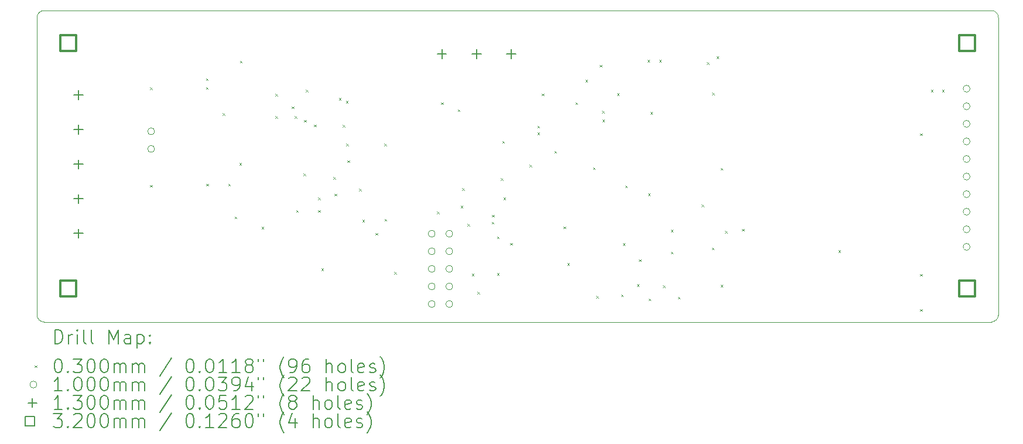
<source format=gbr>
%TF.GenerationSoftware,KiCad,Pcbnew,8.0.6*%
%TF.CreationDate,2024-12-07T17:24:36-08:00*%
%TF.ProjectId,Soil Power Sensor,536f696c-2050-46f7-9765-722053656e73,2.2.3*%
%TF.SameCoordinates,Original*%
%TF.FileFunction,Drillmap*%
%TF.FilePolarity,Positive*%
%FSLAX45Y45*%
G04 Gerber Fmt 4.5, Leading zero omitted, Abs format (unit mm)*
G04 Created by KiCad (PCBNEW 8.0.6) date 2024-12-07 17:24:36*
%MOMM*%
%LPD*%
G01*
G04 APERTURE LIST*
%ADD10C,0.050000*%
%ADD11C,0.200000*%
%ADD12C,0.100000*%
%ADD13C,0.130000*%
%ADD14C,0.320000*%
G04 APERTURE END LIST*
D10*
X11300000Y-9180163D02*
X25000000Y-9180163D01*
X25000000Y-4680163D02*
G75*
G02*
X25099997Y-4780163I0J-99997D01*
G01*
X11200000Y-4780163D02*
X11200000Y-9080163D01*
X25100000Y-9080163D02*
X25100000Y-4780163D01*
X25100000Y-9080163D02*
G75*
G02*
X25000000Y-9180160I-100000J3D01*
G01*
X11300000Y-4680163D02*
X25000000Y-4680163D01*
X11300000Y-9180163D02*
G75*
G02*
X11199997Y-9080163I0J100003D01*
G01*
X11200000Y-4780163D02*
G75*
G02*
X11300000Y-4680160I100000J3D01*
G01*
D11*
D12*
X12835000Y-5790000D02*
X12865000Y-5820000D01*
X12865000Y-5790000D02*
X12835000Y-5820000D01*
X12835000Y-7200000D02*
X12865000Y-7230000D01*
X12865000Y-7200000D02*
X12835000Y-7230000D01*
X13642000Y-5658000D02*
X13672000Y-5688000D01*
X13672000Y-5658000D02*
X13642000Y-5688000D01*
X13642000Y-5785000D02*
X13672000Y-5815000D01*
X13672000Y-5785000D02*
X13642000Y-5815000D01*
X13645000Y-7185000D02*
X13675000Y-7215000D01*
X13675000Y-7185000D02*
X13645000Y-7215000D01*
X13885000Y-6165000D02*
X13915000Y-6195000D01*
X13915000Y-6165000D02*
X13885000Y-6195000D01*
X13965000Y-7185000D02*
X13995000Y-7215000D01*
X13995000Y-7185000D02*
X13965000Y-7215000D01*
X14058750Y-7659000D02*
X14088750Y-7689000D01*
X14088750Y-7659000D02*
X14058750Y-7689000D01*
X14125000Y-6885000D02*
X14155000Y-6915000D01*
X14155000Y-6885000D02*
X14125000Y-6915000D01*
X14135000Y-5404000D02*
X14165000Y-5434000D01*
X14165000Y-5404000D02*
X14135000Y-5434000D01*
X14445000Y-7805000D02*
X14475000Y-7835000D01*
X14475000Y-7805000D02*
X14445000Y-7835000D01*
X14645000Y-5885000D02*
X14675000Y-5915000D01*
X14675000Y-5885000D02*
X14645000Y-5915000D01*
X14645000Y-6205000D02*
X14675000Y-6235000D01*
X14675000Y-6205000D02*
X14645000Y-6235000D01*
X14885000Y-6065000D02*
X14915000Y-6095000D01*
X14915000Y-6065000D02*
X14885000Y-6095000D01*
X14925000Y-6205000D02*
X14955000Y-6235000D01*
X14955000Y-6205000D02*
X14925000Y-6235000D01*
X14945000Y-7565000D02*
X14975000Y-7595000D01*
X14975000Y-7565000D02*
X14945000Y-7595000D01*
X15054000Y-7035000D02*
X15084000Y-7065000D01*
X15084000Y-7035000D02*
X15054000Y-7065000D01*
X15062000Y-6262500D02*
X15092000Y-6292500D01*
X15092000Y-6262500D02*
X15062000Y-6292500D01*
X15085000Y-5825000D02*
X15115000Y-5855000D01*
X15115000Y-5825000D02*
X15085000Y-5855000D01*
X15205000Y-6327500D02*
X15235000Y-6357500D01*
X15235000Y-6327500D02*
X15205000Y-6357500D01*
X15262500Y-7385000D02*
X15292500Y-7415000D01*
X15292500Y-7385000D02*
X15262500Y-7415000D01*
X15265000Y-7565000D02*
X15295000Y-7595000D01*
X15295000Y-7565000D02*
X15265000Y-7595000D01*
X15310000Y-8405000D02*
X15340000Y-8435000D01*
X15340000Y-8405000D02*
X15310000Y-8435000D01*
X15485000Y-7085000D02*
X15515000Y-7115000D01*
X15515000Y-7085000D02*
X15485000Y-7115000D01*
X15502500Y-7327500D02*
X15532500Y-7357500D01*
X15532500Y-7327500D02*
X15502500Y-7357500D01*
X15565000Y-5945000D02*
X15595000Y-5975000D01*
X15595000Y-5945000D02*
X15565000Y-5975000D01*
X15619800Y-6331500D02*
X15649800Y-6361500D01*
X15649800Y-6331500D02*
X15619800Y-6361500D01*
X15665000Y-5985000D02*
X15695000Y-6015000D01*
X15695000Y-5985000D02*
X15665000Y-6015000D01*
X15670000Y-6605000D02*
X15700000Y-6635000D01*
X15700000Y-6605000D02*
X15670000Y-6635000D01*
X15685000Y-6845000D02*
X15715000Y-6875000D01*
X15715000Y-6845000D02*
X15685000Y-6875000D01*
X15855000Y-7255000D02*
X15885000Y-7285000D01*
X15885000Y-7255000D02*
X15855000Y-7285000D01*
X15905000Y-7705000D02*
X15935000Y-7735000D01*
X15935000Y-7705000D02*
X15905000Y-7735000D01*
X16095000Y-7895000D02*
X16125000Y-7925000D01*
X16125000Y-7895000D02*
X16095000Y-7925000D01*
X16220000Y-6605000D02*
X16250000Y-6635000D01*
X16250000Y-6605000D02*
X16220000Y-6635000D01*
X16225000Y-7690000D02*
X16255000Y-7720000D01*
X16255000Y-7690000D02*
X16225000Y-7720000D01*
X16365000Y-8460000D02*
X16395000Y-8490000D01*
X16395000Y-8460000D02*
X16365000Y-8490000D01*
X16982500Y-7585000D02*
X17012500Y-7615000D01*
X17012500Y-7585000D02*
X16982500Y-7615000D01*
X17040000Y-6005000D02*
X17070000Y-6035000D01*
X17070000Y-6005000D02*
X17040000Y-6035000D01*
X17285000Y-6110000D02*
X17315000Y-6140000D01*
X17315000Y-6110000D02*
X17285000Y-6140000D01*
X17325000Y-7502700D02*
X17355000Y-7532700D01*
X17355000Y-7502700D02*
X17325000Y-7532700D01*
X17345000Y-7245000D02*
X17375000Y-7275000D01*
X17375000Y-7245000D02*
X17345000Y-7275000D01*
X17425000Y-7765000D02*
X17455000Y-7795000D01*
X17455000Y-7765000D02*
X17425000Y-7795000D01*
X17485000Y-8485000D02*
X17515000Y-8515000D01*
X17515000Y-8485000D02*
X17485000Y-8515000D01*
X17565000Y-8745000D02*
X17595000Y-8775000D01*
X17595000Y-8745000D02*
X17565000Y-8775000D01*
X17775000Y-7735000D02*
X17805000Y-7765000D01*
X17805000Y-7735000D02*
X17775000Y-7765000D01*
X17776407Y-7632300D02*
X17806407Y-7662300D01*
X17806407Y-7632300D02*
X17776407Y-7662300D01*
X17852300Y-7945000D02*
X17882300Y-7975000D01*
X17882300Y-7945000D02*
X17852300Y-7975000D01*
X17852300Y-8474336D02*
X17882300Y-8504336D01*
X17882300Y-8474336D02*
X17852300Y-8504336D01*
X17905000Y-7105000D02*
X17935000Y-7135000D01*
X17935000Y-7105000D02*
X17905000Y-7135000D01*
X17925000Y-6565000D02*
X17955000Y-6595000D01*
X17955000Y-6565000D02*
X17925000Y-6595000D01*
X17945000Y-7385000D02*
X17975000Y-7415000D01*
X17975000Y-7385000D02*
X17945000Y-7415000D01*
X18039700Y-8039700D02*
X18069700Y-8069700D01*
X18069700Y-8039700D02*
X18039700Y-8069700D01*
X18320000Y-6910000D02*
X18350000Y-6940000D01*
X18350000Y-6910000D02*
X18320000Y-6940000D01*
X18435000Y-6345000D02*
X18465000Y-6375000D01*
X18465000Y-6345000D02*
X18435000Y-6375000D01*
X18435000Y-6445000D02*
X18465000Y-6475000D01*
X18465000Y-6445000D02*
X18435000Y-6475000D01*
X18500000Y-5880000D02*
X18530000Y-5910000D01*
X18530000Y-5880000D02*
X18500000Y-5910000D01*
X18680000Y-6710000D02*
X18710000Y-6740000D01*
X18710000Y-6710000D02*
X18680000Y-6740000D01*
X18810000Y-7800000D02*
X18840000Y-7830000D01*
X18840000Y-7800000D02*
X18810000Y-7830000D01*
X18865000Y-8330000D02*
X18895000Y-8360000D01*
X18895000Y-8330000D02*
X18865000Y-8360000D01*
X18985000Y-6005000D02*
X19015000Y-6035000D01*
X19015000Y-6005000D02*
X18985000Y-6035000D01*
X19130000Y-5680000D02*
X19160000Y-5710000D01*
X19160000Y-5680000D02*
X19130000Y-5710000D01*
X19240000Y-6945000D02*
X19270000Y-6975000D01*
X19270000Y-6945000D02*
X19240000Y-6975000D01*
X19285000Y-8805000D02*
X19315000Y-8835000D01*
X19315000Y-8805000D02*
X19285000Y-8835000D01*
X19335000Y-5466000D02*
X19365000Y-5496000D01*
X19365000Y-5466000D02*
X19335000Y-5496000D01*
X19370000Y-6130000D02*
X19400000Y-6160000D01*
X19400000Y-6130000D02*
X19370000Y-6160000D01*
X19375000Y-6255000D02*
X19405000Y-6285000D01*
X19405000Y-6255000D02*
X19375000Y-6285000D01*
X19585000Y-5874000D02*
X19615000Y-5904000D01*
X19615000Y-5874000D02*
X19585000Y-5904000D01*
X19645000Y-8785000D02*
X19675000Y-8815000D01*
X19675000Y-8785000D02*
X19645000Y-8815000D01*
X19670000Y-8045000D02*
X19700000Y-8075000D01*
X19700000Y-8045000D02*
X19670000Y-8075000D01*
X19705000Y-7210000D02*
X19735000Y-7240000D01*
X19735000Y-7210000D02*
X19705000Y-7240000D01*
X19875000Y-8635000D02*
X19905000Y-8665000D01*
X19905000Y-8635000D02*
X19875000Y-8665000D01*
X19905000Y-8275000D02*
X19935000Y-8305000D01*
X19935000Y-8275000D02*
X19905000Y-8305000D01*
X20025000Y-5395000D02*
X20055000Y-5425000D01*
X20055000Y-5395000D02*
X20025000Y-5425000D01*
X20035000Y-7325000D02*
X20065000Y-7355000D01*
X20065000Y-7325000D02*
X20035000Y-7355000D01*
X20042800Y-8845000D02*
X20072800Y-8875000D01*
X20072800Y-8845000D02*
X20042800Y-8875000D01*
X20070000Y-6145000D02*
X20100000Y-6175000D01*
X20100000Y-6145000D02*
X20070000Y-6175000D01*
X20195000Y-5395000D02*
X20225000Y-5425000D01*
X20225000Y-5395000D02*
X20195000Y-5425000D01*
X20252300Y-8655000D02*
X20282300Y-8685000D01*
X20282300Y-8655000D02*
X20252300Y-8685000D01*
X20365000Y-7847700D02*
X20395000Y-7877700D01*
X20395000Y-7847700D02*
X20365000Y-7877700D01*
X20366900Y-8165000D02*
X20396900Y-8195000D01*
X20396900Y-8165000D02*
X20366900Y-8195000D01*
X20465235Y-8819765D02*
X20495235Y-8849765D01*
X20495235Y-8819765D02*
X20465235Y-8849765D01*
X20810000Y-7485000D02*
X20840000Y-7515000D01*
X20840000Y-7485000D02*
X20810000Y-7515000D01*
X20885000Y-5425000D02*
X20915000Y-5455000D01*
X20915000Y-5425000D02*
X20885000Y-5455000D01*
X20957000Y-8107000D02*
X20987000Y-8137000D01*
X20987000Y-8107000D02*
X20957000Y-8137000D01*
X20960000Y-5869000D02*
X20990000Y-5899000D01*
X20990000Y-5869000D02*
X20960000Y-5899000D01*
X21025000Y-5340000D02*
X21055000Y-5370000D01*
X21055000Y-5340000D02*
X21025000Y-5370000D01*
X21085000Y-6955000D02*
X21115000Y-6985000D01*
X21115000Y-6955000D02*
X21085000Y-6985000D01*
X21085000Y-8645000D02*
X21115000Y-8675000D01*
X21115000Y-8645000D02*
X21085000Y-8675000D01*
X21149600Y-7865000D02*
X21179600Y-7895000D01*
X21179600Y-7865000D02*
X21149600Y-7895000D01*
X21395000Y-7835000D02*
X21425000Y-7865000D01*
X21425000Y-7835000D02*
X21395000Y-7865000D01*
X22785000Y-8145000D02*
X22815000Y-8175000D01*
X22815000Y-8145000D02*
X22785000Y-8175000D01*
X23969333Y-6456213D02*
X23999333Y-6486213D01*
X23999333Y-6456213D02*
X23969333Y-6486213D01*
X23969333Y-8488213D02*
X23999333Y-8518213D01*
X23999333Y-8488213D02*
X23969333Y-8518213D01*
X23969333Y-8996213D02*
X23999333Y-9026213D01*
X23999333Y-8996213D02*
X23969333Y-9026213D01*
X24122500Y-5825000D02*
X24152500Y-5855000D01*
X24152500Y-5825000D02*
X24122500Y-5855000D01*
X24285000Y-5825000D02*
X24315000Y-5855000D01*
X24315000Y-5825000D02*
X24285000Y-5855000D01*
X12900000Y-6426000D02*
G75*
G02*
X12800000Y-6426000I-50000J0D01*
G01*
X12800000Y-6426000D02*
G75*
G02*
X12900000Y-6426000I50000J0D01*
G01*
X12900000Y-6680000D02*
G75*
G02*
X12800000Y-6680000I-50000J0D01*
G01*
X12800000Y-6680000D02*
G75*
G02*
X12900000Y-6680000I50000J0D01*
G01*
X16956000Y-7906000D02*
G75*
G02*
X16856000Y-7906000I-50000J0D01*
G01*
X16856000Y-7906000D02*
G75*
G02*
X16956000Y-7906000I50000J0D01*
G01*
X16956000Y-8160000D02*
G75*
G02*
X16856000Y-8160000I-50000J0D01*
G01*
X16856000Y-8160000D02*
G75*
G02*
X16956000Y-8160000I50000J0D01*
G01*
X16956000Y-8414000D02*
G75*
G02*
X16856000Y-8414000I-50000J0D01*
G01*
X16856000Y-8414000D02*
G75*
G02*
X16956000Y-8414000I50000J0D01*
G01*
X16956000Y-8668000D02*
G75*
G02*
X16856000Y-8668000I-50000J0D01*
G01*
X16856000Y-8668000D02*
G75*
G02*
X16956000Y-8668000I50000J0D01*
G01*
X16956000Y-8922000D02*
G75*
G02*
X16856000Y-8922000I-50000J0D01*
G01*
X16856000Y-8922000D02*
G75*
G02*
X16956000Y-8922000I50000J0D01*
G01*
X17210000Y-7906000D02*
G75*
G02*
X17110000Y-7906000I-50000J0D01*
G01*
X17110000Y-7906000D02*
G75*
G02*
X17210000Y-7906000I50000J0D01*
G01*
X17210000Y-8160000D02*
G75*
G02*
X17110000Y-8160000I-50000J0D01*
G01*
X17110000Y-8160000D02*
G75*
G02*
X17210000Y-8160000I50000J0D01*
G01*
X17210000Y-8414000D02*
G75*
G02*
X17110000Y-8414000I-50000J0D01*
G01*
X17110000Y-8414000D02*
G75*
G02*
X17210000Y-8414000I50000J0D01*
G01*
X17210000Y-8668000D02*
G75*
G02*
X17110000Y-8668000I-50000J0D01*
G01*
X17110000Y-8668000D02*
G75*
G02*
X17210000Y-8668000I50000J0D01*
G01*
X17210000Y-8922000D02*
G75*
G02*
X17110000Y-8922000I-50000J0D01*
G01*
X17110000Y-8922000D02*
G75*
G02*
X17210000Y-8922000I50000J0D01*
G01*
X24690000Y-5810000D02*
G75*
G02*
X24590000Y-5810000I-50000J0D01*
G01*
X24590000Y-5810000D02*
G75*
G02*
X24690000Y-5810000I50000J0D01*
G01*
X24690000Y-6064000D02*
G75*
G02*
X24590000Y-6064000I-50000J0D01*
G01*
X24590000Y-6064000D02*
G75*
G02*
X24690000Y-6064000I50000J0D01*
G01*
X24690000Y-6318000D02*
G75*
G02*
X24590000Y-6318000I-50000J0D01*
G01*
X24590000Y-6318000D02*
G75*
G02*
X24690000Y-6318000I50000J0D01*
G01*
X24690000Y-6572000D02*
G75*
G02*
X24590000Y-6572000I-50000J0D01*
G01*
X24590000Y-6572000D02*
G75*
G02*
X24690000Y-6572000I50000J0D01*
G01*
X24690000Y-6826000D02*
G75*
G02*
X24590000Y-6826000I-50000J0D01*
G01*
X24590000Y-6826000D02*
G75*
G02*
X24690000Y-6826000I50000J0D01*
G01*
X24690000Y-7080000D02*
G75*
G02*
X24590000Y-7080000I-50000J0D01*
G01*
X24590000Y-7080000D02*
G75*
G02*
X24690000Y-7080000I50000J0D01*
G01*
X24690000Y-7334000D02*
G75*
G02*
X24590000Y-7334000I-50000J0D01*
G01*
X24590000Y-7334000D02*
G75*
G02*
X24690000Y-7334000I50000J0D01*
G01*
X24690000Y-7588000D02*
G75*
G02*
X24590000Y-7588000I-50000J0D01*
G01*
X24590000Y-7588000D02*
G75*
G02*
X24690000Y-7588000I50000J0D01*
G01*
X24690000Y-7842000D02*
G75*
G02*
X24590000Y-7842000I-50000J0D01*
G01*
X24590000Y-7842000D02*
G75*
G02*
X24690000Y-7842000I50000J0D01*
G01*
X24690000Y-8096000D02*
G75*
G02*
X24590000Y-8096000I-50000J0D01*
G01*
X24590000Y-8096000D02*
G75*
G02*
X24690000Y-8096000I50000J0D01*
G01*
D13*
X11800000Y-5835000D02*
X11800000Y-5965000D01*
X11735000Y-5900000D02*
X11865000Y-5900000D01*
X11800000Y-6335000D02*
X11800000Y-6465000D01*
X11735000Y-6400000D02*
X11865000Y-6400000D01*
X11800000Y-6835000D02*
X11800000Y-6965000D01*
X11735000Y-6900000D02*
X11865000Y-6900000D01*
X11800000Y-7335000D02*
X11800000Y-7465000D01*
X11735000Y-7400000D02*
X11865000Y-7400000D01*
X11800000Y-7835000D02*
X11800000Y-7965000D01*
X11735000Y-7900000D02*
X11865000Y-7900000D01*
X17055000Y-5240000D02*
X17055000Y-5370000D01*
X16990000Y-5305000D02*
X17120000Y-5305000D01*
X17555000Y-5240000D02*
X17555000Y-5370000D01*
X17490000Y-5305000D02*
X17620000Y-5305000D01*
X18055000Y-5240000D02*
X18055000Y-5370000D01*
X17990000Y-5305000D02*
X18120000Y-5305000D01*
D14*
X11763138Y-5263138D02*
X11763138Y-5036862D01*
X11536862Y-5036862D01*
X11536862Y-5263138D01*
X11763138Y-5263138D01*
X11763138Y-8813138D02*
X11763138Y-8586862D01*
X11536862Y-8586862D01*
X11536862Y-8813138D01*
X11763138Y-8813138D01*
X24763138Y-5263138D02*
X24763138Y-5036862D01*
X24536862Y-5036862D01*
X24536862Y-5263138D01*
X24763138Y-5263138D01*
X24763138Y-8813138D02*
X24763138Y-8586862D01*
X24536862Y-8586862D01*
X24536862Y-8813138D01*
X24763138Y-8813138D01*
D11*
X11458277Y-9494147D02*
X11458277Y-9294147D01*
X11458277Y-9294147D02*
X11505896Y-9294147D01*
X11505896Y-9294147D02*
X11534467Y-9303671D01*
X11534467Y-9303671D02*
X11553515Y-9322719D01*
X11553515Y-9322719D02*
X11563039Y-9341766D01*
X11563039Y-9341766D02*
X11572562Y-9379861D01*
X11572562Y-9379861D02*
X11572562Y-9408433D01*
X11572562Y-9408433D02*
X11563039Y-9446528D01*
X11563039Y-9446528D02*
X11553515Y-9465576D01*
X11553515Y-9465576D02*
X11534467Y-9484623D01*
X11534467Y-9484623D02*
X11505896Y-9494147D01*
X11505896Y-9494147D02*
X11458277Y-9494147D01*
X11658277Y-9494147D02*
X11658277Y-9360814D01*
X11658277Y-9398909D02*
X11667801Y-9379861D01*
X11667801Y-9379861D02*
X11677324Y-9370338D01*
X11677324Y-9370338D02*
X11696372Y-9360814D01*
X11696372Y-9360814D02*
X11715420Y-9360814D01*
X11782086Y-9494147D02*
X11782086Y-9360814D01*
X11782086Y-9294147D02*
X11772562Y-9303671D01*
X11772562Y-9303671D02*
X11782086Y-9313195D01*
X11782086Y-9313195D02*
X11791610Y-9303671D01*
X11791610Y-9303671D02*
X11782086Y-9294147D01*
X11782086Y-9294147D02*
X11782086Y-9313195D01*
X11905896Y-9494147D02*
X11886848Y-9484623D01*
X11886848Y-9484623D02*
X11877324Y-9465576D01*
X11877324Y-9465576D02*
X11877324Y-9294147D01*
X12010658Y-9494147D02*
X11991610Y-9484623D01*
X11991610Y-9484623D02*
X11982086Y-9465576D01*
X11982086Y-9465576D02*
X11982086Y-9294147D01*
X12239229Y-9494147D02*
X12239229Y-9294147D01*
X12239229Y-9294147D02*
X12305896Y-9437004D01*
X12305896Y-9437004D02*
X12372562Y-9294147D01*
X12372562Y-9294147D02*
X12372562Y-9494147D01*
X12553515Y-9494147D02*
X12553515Y-9389385D01*
X12553515Y-9389385D02*
X12543991Y-9370338D01*
X12543991Y-9370338D02*
X12524943Y-9360814D01*
X12524943Y-9360814D02*
X12486848Y-9360814D01*
X12486848Y-9360814D02*
X12467801Y-9370338D01*
X12553515Y-9484623D02*
X12534467Y-9494147D01*
X12534467Y-9494147D02*
X12486848Y-9494147D01*
X12486848Y-9494147D02*
X12467801Y-9484623D01*
X12467801Y-9484623D02*
X12458277Y-9465576D01*
X12458277Y-9465576D02*
X12458277Y-9446528D01*
X12458277Y-9446528D02*
X12467801Y-9427480D01*
X12467801Y-9427480D02*
X12486848Y-9417957D01*
X12486848Y-9417957D02*
X12534467Y-9417957D01*
X12534467Y-9417957D02*
X12553515Y-9408433D01*
X12648753Y-9360814D02*
X12648753Y-9560814D01*
X12648753Y-9370338D02*
X12667801Y-9360814D01*
X12667801Y-9360814D02*
X12705896Y-9360814D01*
X12705896Y-9360814D02*
X12724943Y-9370338D01*
X12724943Y-9370338D02*
X12734467Y-9379861D01*
X12734467Y-9379861D02*
X12743991Y-9398909D01*
X12743991Y-9398909D02*
X12743991Y-9456052D01*
X12743991Y-9456052D02*
X12734467Y-9475099D01*
X12734467Y-9475099D02*
X12724943Y-9484623D01*
X12724943Y-9484623D02*
X12705896Y-9494147D01*
X12705896Y-9494147D02*
X12667801Y-9494147D01*
X12667801Y-9494147D02*
X12648753Y-9484623D01*
X12829705Y-9475099D02*
X12839229Y-9484623D01*
X12839229Y-9484623D02*
X12829705Y-9494147D01*
X12829705Y-9494147D02*
X12820182Y-9484623D01*
X12820182Y-9484623D02*
X12829705Y-9475099D01*
X12829705Y-9475099D02*
X12829705Y-9494147D01*
X12829705Y-9370338D02*
X12839229Y-9379861D01*
X12839229Y-9379861D02*
X12829705Y-9389385D01*
X12829705Y-9389385D02*
X12820182Y-9379861D01*
X12820182Y-9379861D02*
X12829705Y-9370338D01*
X12829705Y-9370338D02*
X12829705Y-9389385D01*
D12*
X11167500Y-9807663D02*
X11197500Y-9837663D01*
X11197500Y-9807663D02*
X11167500Y-9837663D01*
D11*
X11496372Y-9714147D02*
X11515420Y-9714147D01*
X11515420Y-9714147D02*
X11534467Y-9723671D01*
X11534467Y-9723671D02*
X11543991Y-9733195D01*
X11543991Y-9733195D02*
X11553515Y-9752242D01*
X11553515Y-9752242D02*
X11563039Y-9790338D01*
X11563039Y-9790338D02*
X11563039Y-9837957D01*
X11563039Y-9837957D02*
X11553515Y-9876052D01*
X11553515Y-9876052D02*
X11543991Y-9895099D01*
X11543991Y-9895099D02*
X11534467Y-9904623D01*
X11534467Y-9904623D02*
X11515420Y-9914147D01*
X11515420Y-9914147D02*
X11496372Y-9914147D01*
X11496372Y-9914147D02*
X11477324Y-9904623D01*
X11477324Y-9904623D02*
X11467801Y-9895099D01*
X11467801Y-9895099D02*
X11458277Y-9876052D01*
X11458277Y-9876052D02*
X11448753Y-9837957D01*
X11448753Y-9837957D02*
X11448753Y-9790338D01*
X11448753Y-9790338D02*
X11458277Y-9752242D01*
X11458277Y-9752242D02*
X11467801Y-9733195D01*
X11467801Y-9733195D02*
X11477324Y-9723671D01*
X11477324Y-9723671D02*
X11496372Y-9714147D01*
X11648753Y-9895099D02*
X11658277Y-9904623D01*
X11658277Y-9904623D02*
X11648753Y-9914147D01*
X11648753Y-9914147D02*
X11639229Y-9904623D01*
X11639229Y-9904623D02*
X11648753Y-9895099D01*
X11648753Y-9895099D02*
X11648753Y-9914147D01*
X11724943Y-9714147D02*
X11848753Y-9714147D01*
X11848753Y-9714147D02*
X11782086Y-9790338D01*
X11782086Y-9790338D02*
X11810658Y-9790338D01*
X11810658Y-9790338D02*
X11829705Y-9799861D01*
X11829705Y-9799861D02*
X11839229Y-9809385D01*
X11839229Y-9809385D02*
X11848753Y-9828433D01*
X11848753Y-9828433D02*
X11848753Y-9876052D01*
X11848753Y-9876052D02*
X11839229Y-9895099D01*
X11839229Y-9895099D02*
X11829705Y-9904623D01*
X11829705Y-9904623D02*
X11810658Y-9914147D01*
X11810658Y-9914147D02*
X11753515Y-9914147D01*
X11753515Y-9914147D02*
X11734467Y-9904623D01*
X11734467Y-9904623D02*
X11724943Y-9895099D01*
X11972562Y-9714147D02*
X11991610Y-9714147D01*
X11991610Y-9714147D02*
X12010658Y-9723671D01*
X12010658Y-9723671D02*
X12020182Y-9733195D01*
X12020182Y-9733195D02*
X12029705Y-9752242D01*
X12029705Y-9752242D02*
X12039229Y-9790338D01*
X12039229Y-9790338D02*
X12039229Y-9837957D01*
X12039229Y-9837957D02*
X12029705Y-9876052D01*
X12029705Y-9876052D02*
X12020182Y-9895099D01*
X12020182Y-9895099D02*
X12010658Y-9904623D01*
X12010658Y-9904623D02*
X11991610Y-9914147D01*
X11991610Y-9914147D02*
X11972562Y-9914147D01*
X11972562Y-9914147D02*
X11953515Y-9904623D01*
X11953515Y-9904623D02*
X11943991Y-9895099D01*
X11943991Y-9895099D02*
X11934467Y-9876052D01*
X11934467Y-9876052D02*
X11924943Y-9837957D01*
X11924943Y-9837957D02*
X11924943Y-9790338D01*
X11924943Y-9790338D02*
X11934467Y-9752242D01*
X11934467Y-9752242D02*
X11943991Y-9733195D01*
X11943991Y-9733195D02*
X11953515Y-9723671D01*
X11953515Y-9723671D02*
X11972562Y-9714147D01*
X12163039Y-9714147D02*
X12182086Y-9714147D01*
X12182086Y-9714147D02*
X12201134Y-9723671D01*
X12201134Y-9723671D02*
X12210658Y-9733195D01*
X12210658Y-9733195D02*
X12220182Y-9752242D01*
X12220182Y-9752242D02*
X12229705Y-9790338D01*
X12229705Y-9790338D02*
X12229705Y-9837957D01*
X12229705Y-9837957D02*
X12220182Y-9876052D01*
X12220182Y-9876052D02*
X12210658Y-9895099D01*
X12210658Y-9895099D02*
X12201134Y-9904623D01*
X12201134Y-9904623D02*
X12182086Y-9914147D01*
X12182086Y-9914147D02*
X12163039Y-9914147D01*
X12163039Y-9914147D02*
X12143991Y-9904623D01*
X12143991Y-9904623D02*
X12134467Y-9895099D01*
X12134467Y-9895099D02*
X12124943Y-9876052D01*
X12124943Y-9876052D02*
X12115420Y-9837957D01*
X12115420Y-9837957D02*
X12115420Y-9790338D01*
X12115420Y-9790338D02*
X12124943Y-9752242D01*
X12124943Y-9752242D02*
X12134467Y-9733195D01*
X12134467Y-9733195D02*
X12143991Y-9723671D01*
X12143991Y-9723671D02*
X12163039Y-9714147D01*
X12315420Y-9914147D02*
X12315420Y-9780814D01*
X12315420Y-9799861D02*
X12324943Y-9790338D01*
X12324943Y-9790338D02*
X12343991Y-9780814D01*
X12343991Y-9780814D02*
X12372563Y-9780814D01*
X12372563Y-9780814D02*
X12391610Y-9790338D01*
X12391610Y-9790338D02*
X12401134Y-9809385D01*
X12401134Y-9809385D02*
X12401134Y-9914147D01*
X12401134Y-9809385D02*
X12410658Y-9790338D01*
X12410658Y-9790338D02*
X12429705Y-9780814D01*
X12429705Y-9780814D02*
X12458277Y-9780814D01*
X12458277Y-9780814D02*
X12477324Y-9790338D01*
X12477324Y-9790338D02*
X12486848Y-9809385D01*
X12486848Y-9809385D02*
X12486848Y-9914147D01*
X12582086Y-9914147D02*
X12582086Y-9780814D01*
X12582086Y-9799861D02*
X12591610Y-9790338D01*
X12591610Y-9790338D02*
X12610658Y-9780814D01*
X12610658Y-9780814D02*
X12639229Y-9780814D01*
X12639229Y-9780814D02*
X12658277Y-9790338D01*
X12658277Y-9790338D02*
X12667801Y-9809385D01*
X12667801Y-9809385D02*
X12667801Y-9914147D01*
X12667801Y-9809385D02*
X12677324Y-9790338D01*
X12677324Y-9790338D02*
X12696372Y-9780814D01*
X12696372Y-9780814D02*
X12724943Y-9780814D01*
X12724943Y-9780814D02*
X12743991Y-9790338D01*
X12743991Y-9790338D02*
X12753515Y-9809385D01*
X12753515Y-9809385D02*
X12753515Y-9914147D01*
X13143991Y-9704623D02*
X12972563Y-9961766D01*
X13401134Y-9714147D02*
X13420182Y-9714147D01*
X13420182Y-9714147D02*
X13439229Y-9723671D01*
X13439229Y-9723671D02*
X13448753Y-9733195D01*
X13448753Y-9733195D02*
X13458277Y-9752242D01*
X13458277Y-9752242D02*
X13467801Y-9790338D01*
X13467801Y-9790338D02*
X13467801Y-9837957D01*
X13467801Y-9837957D02*
X13458277Y-9876052D01*
X13458277Y-9876052D02*
X13448753Y-9895099D01*
X13448753Y-9895099D02*
X13439229Y-9904623D01*
X13439229Y-9904623D02*
X13420182Y-9914147D01*
X13420182Y-9914147D02*
X13401134Y-9914147D01*
X13401134Y-9914147D02*
X13382086Y-9904623D01*
X13382086Y-9904623D02*
X13372563Y-9895099D01*
X13372563Y-9895099D02*
X13363039Y-9876052D01*
X13363039Y-9876052D02*
X13353515Y-9837957D01*
X13353515Y-9837957D02*
X13353515Y-9790338D01*
X13353515Y-9790338D02*
X13363039Y-9752242D01*
X13363039Y-9752242D02*
X13372563Y-9733195D01*
X13372563Y-9733195D02*
X13382086Y-9723671D01*
X13382086Y-9723671D02*
X13401134Y-9714147D01*
X13553515Y-9895099D02*
X13563039Y-9904623D01*
X13563039Y-9904623D02*
X13553515Y-9914147D01*
X13553515Y-9914147D02*
X13543991Y-9904623D01*
X13543991Y-9904623D02*
X13553515Y-9895099D01*
X13553515Y-9895099D02*
X13553515Y-9914147D01*
X13686848Y-9714147D02*
X13705896Y-9714147D01*
X13705896Y-9714147D02*
X13724944Y-9723671D01*
X13724944Y-9723671D02*
X13734467Y-9733195D01*
X13734467Y-9733195D02*
X13743991Y-9752242D01*
X13743991Y-9752242D02*
X13753515Y-9790338D01*
X13753515Y-9790338D02*
X13753515Y-9837957D01*
X13753515Y-9837957D02*
X13743991Y-9876052D01*
X13743991Y-9876052D02*
X13734467Y-9895099D01*
X13734467Y-9895099D02*
X13724944Y-9904623D01*
X13724944Y-9904623D02*
X13705896Y-9914147D01*
X13705896Y-9914147D02*
X13686848Y-9914147D01*
X13686848Y-9914147D02*
X13667801Y-9904623D01*
X13667801Y-9904623D02*
X13658277Y-9895099D01*
X13658277Y-9895099D02*
X13648753Y-9876052D01*
X13648753Y-9876052D02*
X13639229Y-9837957D01*
X13639229Y-9837957D02*
X13639229Y-9790338D01*
X13639229Y-9790338D02*
X13648753Y-9752242D01*
X13648753Y-9752242D02*
X13658277Y-9733195D01*
X13658277Y-9733195D02*
X13667801Y-9723671D01*
X13667801Y-9723671D02*
X13686848Y-9714147D01*
X13943991Y-9914147D02*
X13829706Y-9914147D01*
X13886848Y-9914147D02*
X13886848Y-9714147D01*
X13886848Y-9714147D02*
X13867801Y-9742719D01*
X13867801Y-9742719D02*
X13848753Y-9761766D01*
X13848753Y-9761766D02*
X13829706Y-9771290D01*
X14134467Y-9914147D02*
X14020182Y-9914147D01*
X14077325Y-9914147D02*
X14077325Y-9714147D01*
X14077325Y-9714147D02*
X14058277Y-9742719D01*
X14058277Y-9742719D02*
X14039229Y-9761766D01*
X14039229Y-9761766D02*
X14020182Y-9771290D01*
X14248753Y-9799861D02*
X14229706Y-9790338D01*
X14229706Y-9790338D02*
X14220182Y-9780814D01*
X14220182Y-9780814D02*
X14210658Y-9761766D01*
X14210658Y-9761766D02*
X14210658Y-9752242D01*
X14210658Y-9752242D02*
X14220182Y-9733195D01*
X14220182Y-9733195D02*
X14229706Y-9723671D01*
X14229706Y-9723671D02*
X14248753Y-9714147D01*
X14248753Y-9714147D02*
X14286848Y-9714147D01*
X14286848Y-9714147D02*
X14305896Y-9723671D01*
X14305896Y-9723671D02*
X14315420Y-9733195D01*
X14315420Y-9733195D02*
X14324944Y-9752242D01*
X14324944Y-9752242D02*
X14324944Y-9761766D01*
X14324944Y-9761766D02*
X14315420Y-9780814D01*
X14315420Y-9780814D02*
X14305896Y-9790338D01*
X14305896Y-9790338D02*
X14286848Y-9799861D01*
X14286848Y-9799861D02*
X14248753Y-9799861D01*
X14248753Y-9799861D02*
X14229706Y-9809385D01*
X14229706Y-9809385D02*
X14220182Y-9818909D01*
X14220182Y-9818909D02*
X14210658Y-9837957D01*
X14210658Y-9837957D02*
X14210658Y-9876052D01*
X14210658Y-9876052D02*
X14220182Y-9895099D01*
X14220182Y-9895099D02*
X14229706Y-9904623D01*
X14229706Y-9904623D02*
X14248753Y-9914147D01*
X14248753Y-9914147D02*
X14286848Y-9914147D01*
X14286848Y-9914147D02*
X14305896Y-9904623D01*
X14305896Y-9904623D02*
X14315420Y-9895099D01*
X14315420Y-9895099D02*
X14324944Y-9876052D01*
X14324944Y-9876052D02*
X14324944Y-9837957D01*
X14324944Y-9837957D02*
X14315420Y-9818909D01*
X14315420Y-9818909D02*
X14305896Y-9809385D01*
X14305896Y-9809385D02*
X14286848Y-9799861D01*
X14401134Y-9714147D02*
X14401134Y-9752242D01*
X14477325Y-9714147D02*
X14477325Y-9752242D01*
X14772563Y-9990338D02*
X14763039Y-9980814D01*
X14763039Y-9980814D02*
X14743991Y-9952242D01*
X14743991Y-9952242D02*
X14734468Y-9933195D01*
X14734468Y-9933195D02*
X14724944Y-9904623D01*
X14724944Y-9904623D02*
X14715420Y-9857004D01*
X14715420Y-9857004D02*
X14715420Y-9818909D01*
X14715420Y-9818909D02*
X14724944Y-9771290D01*
X14724944Y-9771290D02*
X14734468Y-9742719D01*
X14734468Y-9742719D02*
X14743991Y-9723671D01*
X14743991Y-9723671D02*
X14763039Y-9695099D01*
X14763039Y-9695099D02*
X14772563Y-9685576D01*
X14858277Y-9914147D02*
X14896372Y-9914147D01*
X14896372Y-9914147D02*
X14915420Y-9904623D01*
X14915420Y-9904623D02*
X14924944Y-9895099D01*
X14924944Y-9895099D02*
X14943991Y-9866528D01*
X14943991Y-9866528D02*
X14953515Y-9828433D01*
X14953515Y-9828433D02*
X14953515Y-9752242D01*
X14953515Y-9752242D02*
X14943991Y-9733195D01*
X14943991Y-9733195D02*
X14934468Y-9723671D01*
X14934468Y-9723671D02*
X14915420Y-9714147D01*
X14915420Y-9714147D02*
X14877325Y-9714147D01*
X14877325Y-9714147D02*
X14858277Y-9723671D01*
X14858277Y-9723671D02*
X14848753Y-9733195D01*
X14848753Y-9733195D02*
X14839229Y-9752242D01*
X14839229Y-9752242D02*
X14839229Y-9799861D01*
X14839229Y-9799861D02*
X14848753Y-9818909D01*
X14848753Y-9818909D02*
X14858277Y-9828433D01*
X14858277Y-9828433D02*
X14877325Y-9837957D01*
X14877325Y-9837957D02*
X14915420Y-9837957D01*
X14915420Y-9837957D02*
X14934468Y-9828433D01*
X14934468Y-9828433D02*
X14943991Y-9818909D01*
X14943991Y-9818909D02*
X14953515Y-9799861D01*
X15124944Y-9714147D02*
X15086848Y-9714147D01*
X15086848Y-9714147D02*
X15067801Y-9723671D01*
X15067801Y-9723671D02*
X15058277Y-9733195D01*
X15058277Y-9733195D02*
X15039229Y-9761766D01*
X15039229Y-9761766D02*
X15029706Y-9799861D01*
X15029706Y-9799861D02*
X15029706Y-9876052D01*
X15029706Y-9876052D02*
X15039229Y-9895099D01*
X15039229Y-9895099D02*
X15048753Y-9904623D01*
X15048753Y-9904623D02*
X15067801Y-9914147D01*
X15067801Y-9914147D02*
X15105896Y-9914147D01*
X15105896Y-9914147D02*
X15124944Y-9904623D01*
X15124944Y-9904623D02*
X15134468Y-9895099D01*
X15134468Y-9895099D02*
X15143991Y-9876052D01*
X15143991Y-9876052D02*
X15143991Y-9828433D01*
X15143991Y-9828433D02*
X15134468Y-9809385D01*
X15134468Y-9809385D02*
X15124944Y-9799861D01*
X15124944Y-9799861D02*
X15105896Y-9790338D01*
X15105896Y-9790338D02*
X15067801Y-9790338D01*
X15067801Y-9790338D02*
X15048753Y-9799861D01*
X15048753Y-9799861D02*
X15039229Y-9809385D01*
X15039229Y-9809385D02*
X15029706Y-9828433D01*
X15382087Y-9914147D02*
X15382087Y-9714147D01*
X15467801Y-9914147D02*
X15467801Y-9809385D01*
X15467801Y-9809385D02*
X15458277Y-9790338D01*
X15458277Y-9790338D02*
X15439230Y-9780814D01*
X15439230Y-9780814D02*
X15410658Y-9780814D01*
X15410658Y-9780814D02*
X15391610Y-9790338D01*
X15391610Y-9790338D02*
X15382087Y-9799861D01*
X15591610Y-9914147D02*
X15572563Y-9904623D01*
X15572563Y-9904623D02*
X15563039Y-9895099D01*
X15563039Y-9895099D02*
X15553515Y-9876052D01*
X15553515Y-9876052D02*
X15553515Y-9818909D01*
X15553515Y-9818909D02*
X15563039Y-9799861D01*
X15563039Y-9799861D02*
X15572563Y-9790338D01*
X15572563Y-9790338D02*
X15591610Y-9780814D01*
X15591610Y-9780814D02*
X15620182Y-9780814D01*
X15620182Y-9780814D02*
X15639230Y-9790338D01*
X15639230Y-9790338D02*
X15648753Y-9799861D01*
X15648753Y-9799861D02*
X15658277Y-9818909D01*
X15658277Y-9818909D02*
X15658277Y-9876052D01*
X15658277Y-9876052D02*
X15648753Y-9895099D01*
X15648753Y-9895099D02*
X15639230Y-9904623D01*
X15639230Y-9904623D02*
X15620182Y-9914147D01*
X15620182Y-9914147D02*
X15591610Y-9914147D01*
X15772563Y-9914147D02*
X15753515Y-9904623D01*
X15753515Y-9904623D02*
X15743991Y-9885576D01*
X15743991Y-9885576D02*
X15743991Y-9714147D01*
X15924944Y-9904623D02*
X15905896Y-9914147D01*
X15905896Y-9914147D02*
X15867801Y-9914147D01*
X15867801Y-9914147D02*
X15848753Y-9904623D01*
X15848753Y-9904623D02*
X15839230Y-9885576D01*
X15839230Y-9885576D02*
X15839230Y-9809385D01*
X15839230Y-9809385D02*
X15848753Y-9790338D01*
X15848753Y-9790338D02*
X15867801Y-9780814D01*
X15867801Y-9780814D02*
X15905896Y-9780814D01*
X15905896Y-9780814D02*
X15924944Y-9790338D01*
X15924944Y-9790338D02*
X15934468Y-9809385D01*
X15934468Y-9809385D02*
X15934468Y-9828433D01*
X15934468Y-9828433D02*
X15839230Y-9847480D01*
X16010658Y-9904623D02*
X16029706Y-9914147D01*
X16029706Y-9914147D02*
X16067801Y-9914147D01*
X16067801Y-9914147D02*
X16086849Y-9904623D01*
X16086849Y-9904623D02*
X16096372Y-9885576D01*
X16096372Y-9885576D02*
X16096372Y-9876052D01*
X16096372Y-9876052D02*
X16086849Y-9857004D01*
X16086849Y-9857004D02*
X16067801Y-9847480D01*
X16067801Y-9847480D02*
X16039230Y-9847480D01*
X16039230Y-9847480D02*
X16020182Y-9837957D01*
X16020182Y-9837957D02*
X16010658Y-9818909D01*
X16010658Y-9818909D02*
X16010658Y-9809385D01*
X16010658Y-9809385D02*
X16020182Y-9790338D01*
X16020182Y-9790338D02*
X16039230Y-9780814D01*
X16039230Y-9780814D02*
X16067801Y-9780814D01*
X16067801Y-9780814D02*
X16086849Y-9790338D01*
X16163039Y-9990338D02*
X16172563Y-9980814D01*
X16172563Y-9980814D02*
X16191611Y-9952242D01*
X16191611Y-9952242D02*
X16201134Y-9933195D01*
X16201134Y-9933195D02*
X16210658Y-9904623D01*
X16210658Y-9904623D02*
X16220182Y-9857004D01*
X16220182Y-9857004D02*
X16220182Y-9818909D01*
X16220182Y-9818909D02*
X16210658Y-9771290D01*
X16210658Y-9771290D02*
X16201134Y-9742719D01*
X16201134Y-9742719D02*
X16191611Y-9723671D01*
X16191611Y-9723671D02*
X16172563Y-9695099D01*
X16172563Y-9695099D02*
X16163039Y-9685576D01*
D12*
X11197500Y-10086663D02*
G75*
G02*
X11097500Y-10086663I-50000J0D01*
G01*
X11097500Y-10086663D02*
G75*
G02*
X11197500Y-10086663I50000J0D01*
G01*
D11*
X11563039Y-10178147D02*
X11448753Y-10178147D01*
X11505896Y-10178147D02*
X11505896Y-9978147D01*
X11505896Y-9978147D02*
X11486848Y-10006719D01*
X11486848Y-10006719D02*
X11467801Y-10025766D01*
X11467801Y-10025766D02*
X11448753Y-10035290D01*
X11648753Y-10159099D02*
X11658277Y-10168623D01*
X11658277Y-10168623D02*
X11648753Y-10178147D01*
X11648753Y-10178147D02*
X11639229Y-10168623D01*
X11639229Y-10168623D02*
X11648753Y-10159099D01*
X11648753Y-10159099D02*
X11648753Y-10178147D01*
X11782086Y-9978147D02*
X11801134Y-9978147D01*
X11801134Y-9978147D02*
X11820182Y-9987671D01*
X11820182Y-9987671D02*
X11829705Y-9997195D01*
X11829705Y-9997195D02*
X11839229Y-10016242D01*
X11839229Y-10016242D02*
X11848753Y-10054338D01*
X11848753Y-10054338D02*
X11848753Y-10101957D01*
X11848753Y-10101957D02*
X11839229Y-10140052D01*
X11839229Y-10140052D02*
X11829705Y-10159099D01*
X11829705Y-10159099D02*
X11820182Y-10168623D01*
X11820182Y-10168623D02*
X11801134Y-10178147D01*
X11801134Y-10178147D02*
X11782086Y-10178147D01*
X11782086Y-10178147D02*
X11763039Y-10168623D01*
X11763039Y-10168623D02*
X11753515Y-10159099D01*
X11753515Y-10159099D02*
X11743991Y-10140052D01*
X11743991Y-10140052D02*
X11734467Y-10101957D01*
X11734467Y-10101957D02*
X11734467Y-10054338D01*
X11734467Y-10054338D02*
X11743991Y-10016242D01*
X11743991Y-10016242D02*
X11753515Y-9997195D01*
X11753515Y-9997195D02*
X11763039Y-9987671D01*
X11763039Y-9987671D02*
X11782086Y-9978147D01*
X11972562Y-9978147D02*
X11991610Y-9978147D01*
X11991610Y-9978147D02*
X12010658Y-9987671D01*
X12010658Y-9987671D02*
X12020182Y-9997195D01*
X12020182Y-9997195D02*
X12029705Y-10016242D01*
X12029705Y-10016242D02*
X12039229Y-10054338D01*
X12039229Y-10054338D02*
X12039229Y-10101957D01*
X12039229Y-10101957D02*
X12029705Y-10140052D01*
X12029705Y-10140052D02*
X12020182Y-10159099D01*
X12020182Y-10159099D02*
X12010658Y-10168623D01*
X12010658Y-10168623D02*
X11991610Y-10178147D01*
X11991610Y-10178147D02*
X11972562Y-10178147D01*
X11972562Y-10178147D02*
X11953515Y-10168623D01*
X11953515Y-10168623D02*
X11943991Y-10159099D01*
X11943991Y-10159099D02*
X11934467Y-10140052D01*
X11934467Y-10140052D02*
X11924943Y-10101957D01*
X11924943Y-10101957D02*
X11924943Y-10054338D01*
X11924943Y-10054338D02*
X11934467Y-10016242D01*
X11934467Y-10016242D02*
X11943991Y-9997195D01*
X11943991Y-9997195D02*
X11953515Y-9987671D01*
X11953515Y-9987671D02*
X11972562Y-9978147D01*
X12163039Y-9978147D02*
X12182086Y-9978147D01*
X12182086Y-9978147D02*
X12201134Y-9987671D01*
X12201134Y-9987671D02*
X12210658Y-9997195D01*
X12210658Y-9997195D02*
X12220182Y-10016242D01*
X12220182Y-10016242D02*
X12229705Y-10054338D01*
X12229705Y-10054338D02*
X12229705Y-10101957D01*
X12229705Y-10101957D02*
X12220182Y-10140052D01*
X12220182Y-10140052D02*
X12210658Y-10159099D01*
X12210658Y-10159099D02*
X12201134Y-10168623D01*
X12201134Y-10168623D02*
X12182086Y-10178147D01*
X12182086Y-10178147D02*
X12163039Y-10178147D01*
X12163039Y-10178147D02*
X12143991Y-10168623D01*
X12143991Y-10168623D02*
X12134467Y-10159099D01*
X12134467Y-10159099D02*
X12124943Y-10140052D01*
X12124943Y-10140052D02*
X12115420Y-10101957D01*
X12115420Y-10101957D02*
X12115420Y-10054338D01*
X12115420Y-10054338D02*
X12124943Y-10016242D01*
X12124943Y-10016242D02*
X12134467Y-9997195D01*
X12134467Y-9997195D02*
X12143991Y-9987671D01*
X12143991Y-9987671D02*
X12163039Y-9978147D01*
X12315420Y-10178147D02*
X12315420Y-10044814D01*
X12315420Y-10063861D02*
X12324943Y-10054338D01*
X12324943Y-10054338D02*
X12343991Y-10044814D01*
X12343991Y-10044814D02*
X12372563Y-10044814D01*
X12372563Y-10044814D02*
X12391610Y-10054338D01*
X12391610Y-10054338D02*
X12401134Y-10073385D01*
X12401134Y-10073385D02*
X12401134Y-10178147D01*
X12401134Y-10073385D02*
X12410658Y-10054338D01*
X12410658Y-10054338D02*
X12429705Y-10044814D01*
X12429705Y-10044814D02*
X12458277Y-10044814D01*
X12458277Y-10044814D02*
X12477324Y-10054338D01*
X12477324Y-10054338D02*
X12486848Y-10073385D01*
X12486848Y-10073385D02*
X12486848Y-10178147D01*
X12582086Y-10178147D02*
X12582086Y-10044814D01*
X12582086Y-10063861D02*
X12591610Y-10054338D01*
X12591610Y-10054338D02*
X12610658Y-10044814D01*
X12610658Y-10044814D02*
X12639229Y-10044814D01*
X12639229Y-10044814D02*
X12658277Y-10054338D01*
X12658277Y-10054338D02*
X12667801Y-10073385D01*
X12667801Y-10073385D02*
X12667801Y-10178147D01*
X12667801Y-10073385D02*
X12677324Y-10054338D01*
X12677324Y-10054338D02*
X12696372Y-10044814D01*
X12696372Y-10044814D02*
X12724943Y-10044814D01*
X12724943Y-10044814D02*
X12743991Y-10054338D01*
X12743991Y-10054338D02*
X12753515Y-10073385D01*
X12753515Y-10073385D02*
X12753515Y-10178147D01*
X13143991Y-9968623D02*
X12972563Y-10225766D01*
X13401134Y-9978147D02*
X13420182Y-9978147D01*
X13420182Y-9978147D02*
X13439229Y-9987671D01*
X13439229Y-9987671D02*
X13448753Y-9997195D01*
X13448753Y-9997195D02*
X13458277Y-10016242D01*
X13458277Y-10016242D02*
X13467801Y-10054338D01*
X13467801Y-10054338D02*
X13467801Y-10101957D01*
X13467801Y-10101957D02*
X13458277Y-10140052D01*
X13458277Y-10140052D02*
X13448753Y-10159099D01*
X13448753Y-10159099D02*
X13439229Y-10168623D01*
X13439229Y-10168623D02*
X13420182Y-10178147D01*
X13420182Y-10178147D02*
X13401134Y-10178147D01*
X13401134Y-10178147D02*
X13382086Y-10168623D01*
X13382086Y-10168623D02*
X13372563Y-10159099D01*
X13372563Y-10159099D02*
X13363039Y-10140052D01*
X13363039Y-10140052D02*
X13353515Y-10101957D01*
X13353515Y-10101957D02*
X13353515Y-10054338D01*
X13353515Y-10054338D02*
X13363039Y-10016242D01*
X13363039Y-10016242D02*
X13372563Y-9997195D01*
X13372563Y-9997195D02*
X13382086Y-9987671D01*
X13382086Y-9987671D02*
X13401134Y-9978147D01*
X13553515Y-10159099D02*
X13563039Y-10168623D01*
X13563039Y-10168623D02*
X13553515Y-10178147D01*
X13553515Y-10178147D02*
X13543991Y-10168623D01*
X13543991Y-10168623D02*
X13553515Y-10159099D01*
X13553515Y-10159099D02*
X13553515Y-10178147D01*
X13686848Y-9978147D02*
X13705896Y-9978147D01*
X13705896Y-9978147D02*
X13724944Y-9987671D01*
X13724944Y-9987671D02*
X13734467Y-9997195D01*
X13734467Y-9997195D02*
X13743991Y-10016242D01*
X13743991Y-10016242D02*
X13753515Y-10054338D01*
X13753515Y-10054338D02*
X13753515Y-10101957D01*
X13753515Y-10101957D02*
X13743991Y-10140052D01*
X13743991Y-10140052D02*
X13734467Y-10159099D01*
X13734467Y-10159099D02*
X13724944Y-10168623D01*
X13724944Y-10168623D02*
X13705896Y-10178147D01*
X13705896Y-10178147D02*
X13686848Y-10178147D01*
X13686848Y-10178147D02*
X13667801Y-10168623D01*
X13667801Y-10168623D02*
X13658277Y-10159099D01*
X13658277Y-10159099D02*
X13648753Y-10140052D01*
X13648753Y-10140052D02*
X13639229Y-10101957D01*
X13639229Y-10101957D02*
X13639229Y-10054338D01*
X13639229Y-10054338D02*
X13648753Y-10016242D01*
X13648753Y-10016242D02*
X13658277Y-9997195D01*
X13658277Y-9997195D02*
X13667801Y-9987671D01*
X13667801Y-9987671D02*
X13686848Y-9978147D01*
X13820182Y-9978147D02*
X13943991Y-9978147D01*
X13943991Y-9978147D02*
X13877325Y-10054338D01*
X13877325Y-10054338D02*
X13905896Y-10054338D01*
X13905896Y-10054338D02*
X13924944Y-10063861D01*
X13924944Y-10063861D02*
X13934467Y-10073385D01*
X13934467Y-10073385D02*
X13943991Y-10092433D01*
X13943991Y-10092433D02*
X13943991Y-10140052D01*
X13943991Y-10140052D02*
X13934467Y-10159099D01*
X13934467Y-10159099D02*
X13924944Y-10168623D01*
X13924944Y-10168623D02*
X13905896Y-10178147D01*
X13905896Y-10178147D02*
X13848753Y-10178147D01*
X13848753Y-10178147D02*
X13829706Y-10168623D01*
X13829706Y-10168623D02*
X13820182Y-10159099D01*
X14039229Y-10178147D02*
X14077325Y-10178147D01*
X14077325Y-10178147D02*
X14096372Y-10168623D01*
X14096372Y-10168623D02*
X14105896Y-10159099D01*
X14105896Y-10159099D02*
X14124944Y-10130528D01*
X14124944Y-10130528D02*
X14134467Y-10092433D01*
X14134467Y-10092433D02*
X14134467Y-10016242D01*
X14134467Y-10016242D02*
X14124944Y-9997195D01*
X14124944Y-9997195D02*
X14115420Y-9987671D01*
X14115420Y-9987671D02*
X14096372Y-9978147D01*
X14096372Y-9978147D02*
X14058277Y-9978147D01*
X14058277Y-9978147D02*
X14039229Y-9987671D01*
X14039229Y-9987671D02*
X14029706Y-9997195D01*
X14029706Y-9997195D02*
X14020182Y-10016242D01*
X14020182Y-10016242D02*
X14020182Y-10063861D01*
X14020182Y-10063861D02*
X14029706Y-10082909D01*
X14029706Y-10082909D02*
X14039229Y-10092433D01*
X14039229Y-10092433D02*
X14058277Y-10101957D01*
X14058277Y-10101957D02*
X14096372Y-10101957D01*
X14096372Y-10101957D02*
X14115420Y-10092433D01*
X14115420Y-10092433D02*
X14124944Y-10082909D01*
X14124944Y-10082909D02*
X14134467Y-10063861D01*
X14305896Y-10044814D02*
X14305896Y-10178147D01*
X14258277Y-9968623D02*
X14210658Y-10111480D01*
X14210658Y-10111480D02*
X14334467Y-10111480D01*
X14401134Y-9978147D02*
X14401134Y-10016242D01*
X14477325Y-9978147D02*
X14477325Y-10016242D01*
X14772563Y-10254338D02*
X14763039Y-10244814D01*
X14763039Y-10244814D02*
X14743991Y-10216242D01*
X14743991Y-10216242D02*
X14734468Y-10197195D01*
X14734468Y-10197195D02*
X14724944Y-10168623D01*
X14724944Y-10168623D02*
X14715420Y-10121004D01*
X14715420Y-10121004D02*
X14715420Y-10082909D01*
X14715420Y-10082909D02*
X14724944Y-10035290D01*
X14724944Y-10035290D02*
X14734468Y-10006719D01*
X14734468Y-10006719D02*
X14743991Y-9987671D01*
X14743991Y-9987671D02*
X14763039Y-9959099D01*
X14763039Y-9959099D02*
X14772563Y-9949576D01*
X14839229Y-9997195D02*
X14848753Y-9987671D01*
X14848753Y-9987671D02*
X14867801Y-9978147D01*
X14867801Y-9978147D02*
X14915420Y-9978147D01*
X14915420Y-9978147D02*
X14934468Y-9987671D01*
X14934468Y-9987671D02*
X14943991Y-9997195D01*
X14943991Y-9997195D02*
X14953515Y-10016242D01*
X14953515Y-10016242D02*
X14953515Y-10035290D01*
X14953515Y-10035290D02*
X14943991Y-10063861D01*
X14943991Y-10063861D02*
X14829706Y-10178147D01*
X14829706Y-10178147D02*
X14953515Y-10178147D01*
X15029706Y-9997195D02*
X15039229Y-9987671D01*
X15039229Y-9987671D02*
X15058277Y-9978147D01*
X15058277Y-9978147D02*
X15105896Y-9978147D01*
X15105896Y-9978147D02*
X15124944Y-9987671D01*
X15124944Y-9987671D02*
X15134468Y-9997195D01*
X15134468Y-9997195D02*
X15143991Y-10016242D01*
X15143991Y-10016242D02*
X15143991Y-10035290D01*
X15143991Y-10035290D02*
X15134468Y-10063861D01*
X15134468Y-10063861D02*
X15020182Y-10178147D01*
X15020182Y-10178147D02*
X15143991Y-10178147D01*
X15382087Y-10178147D02*
X15382087Y-9978147D01*
X15467801Y-10178147D02*
X15467801Y-10073385D01*
X15467801Y-10073385D02*
X15458277Y-10054338D01*
X15458277Y-10054338D02*
X15439230Y-10044814D01*
X15439230Y-10044814D02*
X15410658Y-10044814D01*
X15410658Y-10044814D02*
X15391610Y-10054338D01*
X15391610Y-10054338D02*
X15382087Y-10063861D01*
X15591610Y-10178147D02*
X15572563Y-10168623D01*
X15572563Y-10168623D02*
X15563039Y-10159099D01*
X15563039Y-10159099D02*
X15553515Y-10140052D01*
X15553515Y-10140052D02*
X15553515Y-10082909D01*
X15553515Y-10082909D02*
X15563039Y-10063861D01*
X15563039Y-10063861D02*
X15572563Y-10054338D01*
X15572563Y-10054338D02*
X15591610Y-10044814D01*
X15591610Y-10044814D02*
X15620182Y-10044814D01*
X15620182Y-10044814D02*
X15639230Y-10054338D01*
X15639230Y-10054338D02*
X15648753Y-10063861D01*
X15648753Y-10063861D02*
X15658277Y-10082909D01*
X15658277Y-10082909D02*
X15658277Y-10140052D01*
X15658277Y-10140052D02*
X15648753Y-10159099D01*
X15648753Y-10159099D02*
X15639230Y-10168623D01*
X15639230Y-10168623D02*
X15620182Y-10178147D01*
X15620182Y-10178147D02*
X15591610Y-10178147D01*
X15772563Y-10178147D02*
X15753515Y-10168623D01*
X15753515Y-10168623D02*
X15743991Y-10149576D01*
X15743991Y-10149576D02*
X15743991Y-9978147D01*
X15924944Y-10168623D02*
X15905896Y-10178147D01*
X15905896Y-10178147D02*
X15867801Y-10178147D01*
X15867801Y-10178147D02*
X15848753Y-10168623D01*
X15848753Y-10168623D02*
X15839230Y-10149576D01*
X15839230Y-10149576D02*
X15839230Y-10073385D01*
X15839230Y-10073385D02*
X15848753Y-10054338D01*
X15848753Y-10054338D02*
X15867801Y-10044814D01*
X15867801Y-10044814D02*
X15905896Y-10044814D01*
X15905896Y-10044814D02*
X15924944Y-10054338D01*
X15924944Y-10054338D02*
X15934468Y-10073385D01*
X15934468Y-10073385D02*
X15934468Y-10092433D01*
X15934468Y-10092433D02*
X15839230Y-10111480D01*
X16010658Y-10168623D02*
X16029706Y-10178147D01*
X16029706Y-10178147D02*
X16067801Y-10178147D01*
X16067801Y-10178147D02*
X16086849Y-10168623D01*
X16086849Y-10168623D02*
X16096372Y-10149576D01*
X16096372Y-10149576D02*
X16096372Y-10140052D01*
X16096372Y-10140052D02*
X16086849Y-10121004D01*
X16086849Y-10121004D02*
X16067801Y-10111480D01*
X16067801Y-10111480D02*
X16039230Y-10111480D01*
X16039230Y-10111480D02*
X16020182Y-10101957D01*
X16020182Y-10101957D02*
X16010658Y-10082909D01*
X16010658Y-10082909D02*
X16010658Y-10073385D01*
X16010658Y-10073385D02*
X16020182Y-10054338D01*
X16020182Y-10054338D02*
X16039230Y-10044814D01*
X16039230Y-10044814D02*
X16067801Y-10044814D01*
X16067801Y-10044814D02*
X16086849Y-10054338D01*
X16163039Y-10254338D02*
X16172563Y-10244814D01*
X16172563Y-10244814D02*
X16191611Y-10216242D01*
X16191611Y-10216242D02*
X16201134Y-10197195D01*
X16201134Y-10197195D02*
X16210658Y-10168623D01*
X16210658Y-10168623D02*
X16220182Y-10121004D01*
X16220182Y-10121004D02*
X16220182Y-10082909D01*
X16220182Y-10082909D02*
X16210658Y-10035290D01*
X16210658Y-10035290D02*
X16201134Y-10006719D01*
X16201134Y-10006719D02*
X16191611Y-9987671D01*
X16191611Y-9987671D02*
X16172563Y-9959099D01*
X16172563Y-9959099D02*
X16163039Y-9949576D01*
D13*
X11132500Y-10285663D02*
X11132500Y-10415663D01*
X11067500Y-10350663D02*
X11197500Y-10350663D01*
D11*
X11563039Y-10442147D02*
X11448753Y-10442147D01*
X11505896Y-10442147D02*
X11505896Y-10242147D01*
X11505896Y-10242147D02*
X11486848Y-10270719D01*
X11486848Y-10270719D02*
X11467801Y-10289766D01*
X11467801Y-10289766D02*
X11448753Y-10299290D01*
X11648753Y-10423099D02*
X11658277Y-10432623D01*
X11658277Y-10432623D02*
X11648753Y-10442147D01*
X11648753Y-10442147D02*
X11639229Y-10432623D01*
X11639229Y-10432623D02*
X11648753Y-10423099D01*
X11648753Y-10423099D02*
X11648753Y-10442147D01*
X11724943Y-10242147D02*
X11848753Y-10242147D01*
X11848753Y-10242147D02*
X11782086Y-10318338D01*
X11782086Y-10318338D02*
X11810658Y-10318338D01*
X11810658Y-10318338D02*
X11829705Y-10327861D01*
X11829705Y-10327861D02*
X11839229Y-10337385D01*
X11839229Y-10337385D02*
X11848753Y-10356433D01*
X11848753Y-10356433D02*
X11848753Y-10404052D01*
X11848753Y-10404052D02*
X11839229Y-10423099D01*
X11839229Y-10423099D02*
X11829705Y-10432623D01*
X11829705Y-10432623D02*
X11810658Y-10442147D01*
X11810658Y-10442147D02*
X11753515Y-10442147D01*
X11753515Y-10442147D02*
X11734467Y-10432623D01*
X11734467Y-10432623D02*
X11724943Y-10423099D01*
X11972562Y-10242147D02*
X11991610Y-10242147D01*
X11991610Y-10242147D02*
X12010658Y-10251671D01*
X12010658Y-10251671D02*
X12020182Y-10261195D01*
X12020182Y-10261195D02*
X12029705Y-10280242D01*
X12029705Y-10280242D02*
X12039229Y-10318338D01*
X12039229Y-10318338D02*
X12039229Y-10365957D01*
X12039229Y-10365957D02*
X12029705Y-10404052D01*
X12029705Y-10404052D02*
X12020182Y-10423099D01*
X12020182Y-10423099D02*
X12010658Y-10432623D01*
X12010658Y-10432623D02*
X11991610Y-10442147D01*
X11991610Y-10442147D02*
X11972562Y-10442147D01*
X11972562Y-10442147D02*
X11953515Y-10432623D01*
X11953515Y-10432623D02*
X11943991Y-10423099D01*
X11943991Y-10423099D02*
X11934467Y-10404052D01*
X11934467Y-10404052D02*
X11924943Y-10365957D01*
X11924943Y-10365957D02*
X11924943Y-10318338D01*
X11924943Y-10318338D02*
X11934467Y-10280242D01*
X11934467Y-10280242D02*
X11943991Y-10261195D01*
X11943991Y-10261195D02*
X11953515Y-10251671D01*
X11953515Y-10251671D02*
X11972562Y-10242147D01*
X12163039Y-10242147D02*
X12182086Y-10242147D01*
X12182086Y-10242147D02*
X12201134Y-10251671D01*
X12201134Y-10251671D02*
X12210658Y-10261195D01*
X12210658Y-10261195D02*
X12220182Y-10280242D01*
X12220182Y-10280242D02*
X12229705Y-10318338D01*
X12229705Y-10318338D02*
X12229705Y-10365957D01*
X12229705Y-10365957D02*
X12220182Y-10404052D01*
X12220182Y-10404052D02*
X12210658Y-10423099D01*
X12210658Y-10423099D02*
X12201134Y-10432623D01*
X12201134Y-10432623D02*
X12182086Y-10442147D01*
X12182086Y-10442147D02*
X12163039Y-10442147D01*
X12163039Y-10442147D02*
X12143991Y-10432623D01*
X12143991Y-10432623D02*
X12134467Y-10423099D01*
X12134467Y-10423099D02*
X12124943Y-10404052D01*
X12124943Y-10404052D02*
X12115420Y-10365957D01*
X12115420Y-10365957D02*
X12115420Y-10318338D01*
X12115420Y-10318338D02*
X12124943Y-10280242D01*
X12124943Y-10280242D02*
X12134467Y-10261195D01*
X12134467Y-10261195D02*
X12143991Y-10251671D01*
X12143991Y-10251671D02*
X12163039Y-10242147D01*
X12315420Y-10442147D02*
X12315420Y-10308814D01*
X12315420Y-10327861D02*
X12324943Y-10318338D01*
X12324943Y-10318338D02*
X12343991Y-10308814D01*
X12343991Y-10308814D02*
X12372563Y-10308814D01*
X12372563Y-10308814D02*
X12391610Y-10318338D01*
X12391610Y-10318338D02*
X12401134Y-10337385D01*
X12401134Y-10337385D02*
X12401134Y-10442147D01*
X12401134Y-10337385D02*
X12410658Y-10318338D01*
X12410658Y-10318338D02*
X12429705Y-10308814D01*
X12429705Y-10308814D02*
X12458277Y-10308814D01*
X12458277Y-10308814D02*
X12477324Y-10318338D01*
X12477324Y-10318338D02*
X12486848Y-10337385D01*
X12486848Y-10337385D02*
X12486848Y-10442147D01*
X12582086Y-10442147D02*
X12582086Y-10308814D01*
X12582086Y-10327861D02*
X12591610Y-10318338D01*
X12591610Y-10318338D02*
X12610658Y-10308814D01*
X12610658Y-10308814D02*
X12639229Y-10308814D01*
X12639229Y-10308814D02*
X12658277Y-10318338D01*
X12658277Y-10318338D02*
X12667801Y-10337385D01*
X12667801Y-10337385D02*
X12667801Y-10442147D01*
X12667801Y-10337385D02*
X12677324Y-10318338D01*
X12677324Y-10318338D02*
X12696372Y-10308814D01*
X12696372Y-10308814D02*
X12724943Y-10308814D01*
X12724943Y-10308814D02*
X12743991Y-10318338D01*
X12743991Y-10318338D02*
X12753515Y-10337385D01*
X12753515Y-10337385D02*
X12753515Y-10442147D01*
X13143991Y-10232623D02*
X12972563Y-10489766D01*
X13401134Y-10242147D02*
X13420182Y-10242147D01*
X13420182Y-10242147D02*
X13439229Y-10251671D01*
X13439229Y-10251671D02*
X13448753Y-10261195D01*
X13448753Y-10261195D02*
X13458277Y-10280242D01*
X13458277Y-10280242D02*
X13467801Y-10318338D01*
X13467801Y-10318338D02*
X13467801Y-10365957D01*
X13467801Y-10365957D02*
X13458277Y-10404052D01*
X13458277Y-10404052D02*
X13448753Y-10423099D01*
X13448753Y-10423099D02*
X13439229Y-10432623D01*
X13439229Y-10432623D02*
X13420182Y-10442147D01*
X13420182Y-10442147D02*
X13401134Y-10442147D01*
X13401134Y-10442147D02*
X13382086Y-10432623D01*
X13382086Y-10432623D02*
X13372563Y-10423099D01*
X13372563Y-10423099D02*
X13363039Y-10404052D01*
X13363039Y-10404052D02*
X13353515Y-10365957D01*
X13353515Y-10365957D02*
X13353515Y-10318338D01*
X13353515Y-10318338D02*
X13363039Y-10280242D01*
X13363039Y-10280242D02*
X13372563Y-10261195D01*
X13372563Y-10261195D02*
X13382086Y-10251671D01*
X13382086Y-10251671D02*
X13401134Y-10242147D01*
X13553515Y-10423099D02*
X13563039Y-10432623D01*
X13563039Y-10432623D02*
X13553515Y-10442147D01*
X13553515Y-10442147D02*
X13543991Y-10432623D01*
X13543991Y-10432623D02*
X13553515Y-10423099D01*
X13553515Y-10423099D02*
X13553515Y-10442147D01*
X13686848Y-10242147D02*
X13705896Y-10242147D01*
X13705896Y-10242147D02*
X13724944Y-10251671D01*
X13724944Y-10251671D02*
X13734467Y-10261195D01*
X13734467Y-10261195D02*
X13743991Y-10280242D01*
X13743991Y-10280242D02*
X13753515Y-10318338D01*
X13753515Y-10318338D02*
X13753515Y-10365957D01*
X13753515Y-10365957D02*
X13743991Y-10404052D01*
X13743991Y-10404052D02*
X13734467Y-10423099D01*
X13734467Y-10423099D02*
X13724944Y-10432623D01*
X13724944Y-10432623D02*
X13705896Y-10442147D01*
X13705896Y-10442147D02*
X13686848Y-10442147D01*
X13686848Y-10442147D02*
X13667801Y-10432623D01*
X13667801Y-10432623D02*
X13658277Y-10423099D01*
X13658277Y-10423099D02*
X13648753Y-10404052D01*
X13648753Y-10404052D02*
X13639229Y-10365957D01*
X13639229Y-10365957D02*
X13639229Y-10318338D01*
X13639229Y-10318338D02*
X13648753Y-10280242D01*
X13648753Y-10280242D02*
X13658277Y-10261195D01*
X13658277Y-10261195D02*
X13667801Y-10251671D01*
X13667801Y-10251671D02*
X13686848Y-10242147D01*
X13934467Y-10242147D02*
X13839229Y-10242147D01*
X13839229Y-10242147D02*
X13829706Y-10337385D01*
X13829706Y-10337385D02*
X13839229Y-10327861D01*
X13839229Y-10327861D02*
X13858277Y-10318338D01*
X13858277Y-10318338D02*
X13905896Y-10318338D01*
X13905896Y-10318338D02*
X13924944Y-10327861D01*
X13924944Y-10327861D02*
X13934467Y-10337385D01*
X13934467Y-10337385D02*
X13943991Y-10356433D01*
X13943991Y-10356433D02*
X13943991Y-10404052D01*
X13943991Y-10404052D02*
X13934467Y-10423099D01*
X13934467Y-10423099D02*
X13924944Y-10432623D01*
X13924944Y-10432623D02*
X13905896Y-10442147D01*
X13905896Y-10442147D02*
X13858277Y-10442147D01*
X13858277Y-10442147D02*
X13839229Y-10432623D01*
X13839229Y-10432623D02*
X13829706Y-10423099D01*
X14134467Y-10442147D02*
X14020182Y-10442147D01*
X14077325Y-10442147D02*
X14077325Y-10242147D01*
X14077325Y-10242147D02*
X14058277Y-10270719D01*
X14058277Y-10270719D02*
X14039229Y-10289766D01*
X14039229Y-10289766D02*
X14020182Y-10299290D01*
X14210658Y-10261195D02*
X14220182Y-10251671D01*
X14220182Y-10251671D02*
X14239229Y-10242147D01*
X14239229Y-10242147D02*
X14286848Y-10242147D01*
X14286848Y-10242147D02*
X14305896Y-10251671D01*
X14305896Y-10251671D02*
X14315420Y-10261195D01*
X14315420Y-10261195D02*
X14324944Y-10280242D01*
X14324944Y-10280242D02*
X14324944Y-10299290D01*
X14324944Y-10299290D02*
X14315420Y-10327861D01*
X14315420Y-10327861D02*
X14201134Y-10442147D01*
X14201134Y-10442147D02*
X14324944Y-10442147D01*
X14401134Y-10242147D02*
X14401134Y-10280242D01*
X14477325Y-10242147D02*
X14477325Y-10280242D01*
X14772563Y-10518338D02*
X14763039Y-10508814D01*
X14763039Y-10508814D02*
X14743991Y-10480242D01*
X14743991Y-10480242D02*
X14734468Y-10461195D01*
X14734468Y-10461195D02*
X14724944Y-10432623D01*
X14724944Y-10432623D02*
X14715420Y-10385004D01*
X14715420Y-10385004D02*
X14715420Y-10346909D01*
X14715420Y-10346909D02*
X14724944Y-10299290D01*
X14724944Y-10299290D02*
X14734468Y-10270719D01*
X14734468Y-10270719D02*
X14743991Y-10251671D01*
X14743991Y-10251671D02*
X14763039Y-10223099D01*
X14763039Y-10223099D02*
X14772563Y-10213576D01*
X14877325Y-10327861D02*
X14858277Y-10318338D01*
X14858277Y-10318338D02*
X14848753Y-10308814D01*
X14848753Y-10308814D02*
X14839229Y-10289766D01*
X14839229Y-10289766D02*
X14839229Y-10280242D01*
X14839229Y-10280242D02*
X14848753Y-10261195D01*
X14848753Y-10261195D02*
X14858277Y-10251671D01*
X14858277Y-10251671D02*
X14877325Y-10242147D01*
X14877325Y-10242147D02*
X14915420Y-10242147D01*
X14915420Y-10242147D02*
X14934468Y-10251671D01*
X14934468Y-10251671D02*
X14943991Y-10261195D01*
X14943991Y-10261195D02*
X14953515Y-10280242D01*
X14953515Y-10280242D02*
X14953515Y-10289766D01*
X14953515Y-10289766D02*
X14943991Y-10308814D01*
X14943991Y-10308814D02*
X14934468Y-10318338D01*
X14934468Y-10318338D02*
X14915420Y-10327861D01*
X14915420Y-10327861D02*
X14877325Y-10327861D01*
X14877325Y-10327861D02*
X14858277Y-10337385D01*
X14858277Y-10337385D02*
X14848753Y-10346909D01*
X14848753Y-10346909D02*
X14839229Y-10365957D01*
X14839229Y-10365957D02*
X14839229Y-10404052D01*
X14839229Y-10404052D02*
X14848753Y-10423099D01*
X14848753Y-10423099D02*
X14858277Y-10432623D01*
X14858277Y-10432623D02*
X14877325Y-10442147D01*
X14877325Y-10442147D02*
X14915420Y-10442147D01*
X14915420Y-10442147D02*
X14934468Y-10432623D01*
X14934468Y-10432623D02*
X14943991Y-10423099D01*
X14943991Y-10423099D02*
X14953515Y-10404052D01*
X14953515Y-10404052D02*
X14953515Y-10365957D01*
X14953515Y-10365957D02*
X14943991Y-10346909D01*
X14943991Y-10346909D02*
X14934468Y-10337385D01*
X14934468Y-10337385D02*
X14915420Y-10327861D01*
X15191610Y-10442147D02*
X15191610Y-10242147D01*
X15277325Y-10442147D02*
X15277325Y-10337385D01*
X15277325Y-10337385D02*
X15267801Y-10318338D01*
X15267801Y-10318338D02*
X15248753Y-10308814D01*
X15248753Y-10308814D02*
X15220182Y-10308814D01*
X15220182Y-10308814D02*
X15201134Y-10318338D01*
X15201134Y-10318338D02*
X15191610Y-10327861D01*
X15401134Y-10442147D02*
X15382087Y-10432623D01*
X15382087Y-10432623D02*
X15372563Y-10423099D01*
X15372563Y-10423099D02*
X15363039Y-10404052D01*
X15363039Y-10404052D02*
X15363039Y-10346909D01*
X15363039Y-10346909D02*
X15372563Y-10327861D01*
X15372563Y-10327861D02*
X15382087Y-10318338D01*
X15382087Y-10318338D02*
X15401134Y-10308814D01*
X15401134Y-10308814D02*
X15429706Y-10308814D01*
X15429706Y-10308814D02*
X15448753Y-10318338D01*
X15448753Y-10318338D02*
X15458277Y-10327861D01*
X15458277Y-10327861D02*
X15467801Y-10346909D01*
X15467801Y-10346909D02*
X15467801Y-10404052D01*
X15467801Y-10404052D02*
X15458277Y-10423099D01*
X15458277Y-10423099D02*
X15448753Y-10432623D01*
X15448753Y-10432623D02*
X15429706Y-10442147D01*
X15429706Y-10442147D02*
X15401134Y-10442147D01*
X15582087Y-10442147D02*
X15563039Y-10432623D01*
X15563039Y-10432623D02*
X15553515Y-10413576D01*
X15553515Y-10413576D02*
X15553515Y-10242147D01*
X15734468Y-10432623D02*
X15715420Y-10442147D01*
X15715420Y-10442147D02*
X15677325Y-10442147D01*
X15677325Y-10442147D02*
X15658277Y-10432623D01*
X15658277Y-10432623D02*
X15648753Y-10413576D01*
X15648753Y-10413576D02*
X15648753Y-10337385D01*
X15648753Y-10337385D02*
X15658277Y-10318338D01*
X15658277Y-10318338D02*
X15677325Y-10308814D01*
X15677325Y-10308814D02*
X15715420Y-10308814D01*
X15715420Y-10308814D02*
X15734468Y-10318338D01*
X15734468Y-10318338D02*
X15743991Y-10337385D01*
X15743991Y-10337385D02*
X15743991Y-10356433D01*
X15743991Y-10356433D02*
X15648753Y-10375480D01*
X15820182Y-10432623D02*
X15839230Y-10442147D01*
X15839230Y-10442147D02*
X15877325Y-10442147D01*
X15877325Y-10442147D02*
X15896372Y-10432623D01*
X15896372Y-10432623D02*
X15905896Y-10413576D01*
X15905896Y-10413576D02*
X15905896Y-10404052D01*
X15905896Y-10404052D02*
X15896372Y-10385004D01*
X15896372Y-10385004D02*
X15877325Y-10375480D01*
X15877325Y-10375480D02*
X15848753Y-10375480D01*
X15848753Y-10375480D02*
X15829706Y-10365957D01*
X15829706Y-10365957D02*
X15820182Y-10346909D01*
X15820182Y-10346909D02*
X15820182Y-10337385D01*
X15820182Y-10337385D02*
X15829706Y-10318338D01*
X15829706Y-10318338D02*
X15848753Y-10308814D01*
X15848753Y-10308814D02*
X15877325Y-10308814D01*
X15877325Y-10308814D02*
X15896372Y-10318338D01*
X15972563Y-10518338D02*
X15982087Y-10508814D01*
X15982087Y-10508814D02*
X16001134Y-10480242D01*
X16001134Y-10480242D02*
X16010658Y-10461195D01*
X16010658Y-10461195D02*
X16020182Y-10432623D01*
X16020182Y-10432623D02*
X16029706Y-10385004D01*
X16029706Y-10385004D02*
X16029706Y-10346909D01*
X16029706Y-10346909D02*
X16020182Y-10299290D01*
X16020182Y-10299290D02*
X16010658Y-10270719D01*
X16010658Y-10270719D02*
X16001134Y-10251671D01*
X16001134Y-10251671D02*
X15982087Y-10223099D01*
X15982087Y-10223099D02*
X15972563Y-10213576D01*
X11168211Y-10685375D02*
X11168211Y-10543952D01*
X11026789Y-10543952D01*
X11026789Y-10685375D01*
X11168211Y-10685375D01*
X11439229Y-10506147D02*
X11563039Y-10506147D01*
X11563039Y-10506147D02*
X11496372Y-10582338D01*
X11496372Y-10582338D02*
X11524943Y-10582338D01*
X11524943Y-10582338D02*
X11543991Y-10591861D01*
X11543991Y-10591861D02*
X11553515Y-10601385D01*
X11553515Y-10601385D02*
X11563039Y-10620433D01*
X11563039Y-10620433D02*
X11563039Y-10668052D01*
X11563039Y-10668052D02*
X11553515Y-10687099D01*
X11553515Y-10687099D02*
X11543991Y-10696623D01*
X11543991Y-10696623D02*
X11524943Y-10706147D01*
X11524943Y-10706147D02*
X11467801Y-10706147D01*
X11467801Y-10706147D02*
X11448753Y-10696623D01*
X11448753Y-10696623D02*
X11439229Y-10687099D01*
X11648753Y-10687099D02*
X11658277Y-10696623D01*
X11658277Y-10696623D02*
X11648753Y-10706147D01*
X11648753Y-10706147D02*
X11639229Y-10696623D01*
X11639229Y-10696623D02*
X11648753Y-10687099D01*
X11648753Y-10687099D02*
X11648753Y-10706147D01*
X11734467Y-10525195D02*
X11743991Y-10515671D01*
X11743991Y-10515671D02*
X11763039Y-10506147D01*
X11763039Y-10506147D02*
X11810658Y-10506147D01*
X11810658Y-10506147D02*
X11829705Y-10515671D01*
X11829705Y-10515671D02*
X11839229Y-10525195D01*
X11839229Y-10525195D02*
X11848753Y-10544242D01*
X11848753Y-10544242D02*
X11848753Y-10563290D01*
X11848753Y-10563290D02*
X11839229Y-10591861D01*
X11839229Y-10591861D02*
X11724943Y-10706147D01*
X11724943Y-10706147D02*
X11848753Y-10706147D01*
X11972562Y-10506147D02*
X11991610Y-10506147D01*
X11991610Y-10506147D02*
X12010658Y-10515671D01*
X12010658Y-10515671D02*
X12020182Y-10525195D01*
X12020182Y-10525195D02*
X12029705Y-10544242D01*
X12029705Y-10544242D02*
X12039229Y-10582338D01*
X12039229Y-10582338D02*
X12039229Y-10629957D01*
X12039229Y-10629957D02*
X12029705Y-10668052D01*
X12029705Y-10668052D02*
X12020182Y-10687099D01*
X12020182Y-10687099D02*
X12010658Y-10696623D01*
X12010658Y-10696623D02*
X11991610Y-10706147D01*
X11991610Y-10706147D02*
X11972562Y-10706147D01*
X11972562Y-10706147D02*
X11953515Y-10696623D01*
X11953515Y-10696623D02*
X11943991Y-10687099D01*
X11943991Y-10687099D02*
X11934467Y-10668052D01*
X11934467Y-10668052D02*
X11924943Y-10629957D01*
X11924943Y-10629957D02*
X11924943Y-10582338D01*
X11924943Y-10582338D02*
X11934467Y-10544242D01*
X11934467Y-10544242D02*
X11943991Y-10525195D01*
X11943991Y-10525195D02*
X11953515Y-10515671D01*
X11953515Y-10515671D02*
X11972562Y-10506147D01*
X12163039Y-10506147D02*
X12182086Y-10506147D01*
X12182086Y-10506147D02*
X12201134Y-10515671D01*
X12201134Y-10515671D02*
X12210658Y-10525195D01*
X12210658Y-10525195D02*
X12220182Y-10544242D01*
X12220182Y-10544242D02*
X12229705Y-10582338D01*
X12229705Y-10582338D02*
X12229705Y-10629957D01*
X12229705Y-10629957D02*
X12220182Y-10668052D01*
X12220182Y-10668052D02*
X12210658Y-10687099D01*
X12210658Y-10687099D02*
X12201134Y-10696623D01*
X12201134Y-10696623D02*
X12182086Y-10706147D01*
X12182086Y-10706147D02*
X12163039Y-10706147D01*
X12163039Y-10706147D02*
X12143991Y-10696623D01*
X12143991Y-10696623D02*
X12134467Y-10687099D01*
X12134467Y-10687099D02*
X12124943Y-10668052D01*
X12124943Y-10668052D02*
X12115420Y-10629957D01*
X12115420Y-10629957D02*
X12115420Y-10582338D01*
X12115420Y-10582338D02*
X12124943Y-10544242D01*
X12124943Y-10544242D02*
X12134467Y-10525195D01*
X12134467Y-10525195D02*
X12143991Y-10515671D01*
X12143991Y-10515671D02*
X12163039Y-10506147D01*
X12315420Y-10706147D02*
X12315420Y-10572814D01*
X12315420Y-10591861D02*
X12324943Y-10582338D01*
X12324943Y-10582338D02*
X12343991Y-10572814D01*
X12343991Y-10572814D02*
X12372563Y-10572814D01*
X12372563Y-10572814D02*
X12391610Y-10582338D01*
X12391610Y-10582338D02*
X12401134Y-10601385D01*
X12401134Y-10601385D02*
X12401134Y-10706147D01*
X12401134Y-10601385D02*
X12410658Y-10582338D01*
X12410658Y-10582338D02*
X12429705Y-10572814D01*
X12429705Y-10572814D02*
X12458277Y-10572814D01*
X12458277Y-10572814D02*
X12477324Y-10582338D01*
X12477324Y-10582338D02*
X12486848Y-10601385D01*
X12486848Y-10601385D02*
X12486848Y-10706147D01*
X12582086Y-10706147D02*
X12582086Y-10572814D01*
X12582086Y-10591861D02*
X12591610Y-10582338D01*
X12591610Y-10582338D02*
X12610658Y-10572814D01*
X12610658Y-10572814D02*
X12639229Y-10572814D01*
X12639229Y-10572814D02*
X12658277Y-10582338D01*
X12658277Y-10582338D02*
X12667801Y-10601385D01*
X12667801Y-10601385D02*
X12667801Y-10706147D01*
X12667801Y-10601385D02*
X12677324Y-10582338D01*
X12677324Y-10582338D02*
X12696372Y-10572814D01*
X12696372Y-10572814D02*
X12724943Y-10572814D01*
X12724943Y-10572814D02*
X12743991Y-10582338D01*
X12743991Y-10582338D02*
X12753515Y-10601385D01*
X12753515Y-10601385D02*
X12753515Y-10706147D01*
X13143991Y-10496623D02*
X12972563Y-10753766D01*
X13401134Y-10506147D02*
X13420182Y-10506147D01*
X13420182Y-10506147D02*
X13439229Y-10515671D01*
X13439229Y-10515671D02*
X13448753Y-10525195D01*
X13448753Y-10525195D02*
X13458277Y-10544242D01*
X13458277Y-10544242D02*
X13467801Y-10582338D01*
X13467801Y-10582338D02*
X13467801Y-10629957D01*
X13467801Y-10629957D02*
X13458277Y-10668052D01*
X13458277Y-10668052D02*
X13448753Y-10687099D01*
X13448753Y-10687099D02*
X13439229Y-10696623D01*
X13439229Y-10696623D02*
X13420182Y-10706147D01*
X13420182Y-10706147D02*
X13401134Y-10706147D01*
X13401134Y-10706147D02*
X13382086Y-10696623D01*
X13382086Y-10696623D02*
X13372563Y-10687099D01*
X13372563Y-10687099D02*
X13363039Y-10668052D01*
X13363039Y-10668052D02*
X13353515Y-10629957D01*
X13353515Y-10629957D02*
X13353515Y-10582338D01*
X13353515Y-10582338D02*
X13363039Y-10544242D01*
X13363039Y-10544242D02*
X13372563Y-10525195D01*
X13372563Y-10525195D02*
X13382086Y-10515671D01*
X13382086Y-10515671D02*
X13401134Y-10506147D01*
X13553515Y-10687099D02*
X13563039Y-10696623D01*
X13563039Y-10696623D02*
X13553515Y-10706147D01*
X13553515Y-10706147D02*
X13543991Y-10696623D01*
X13543991Y-10696623D02*
X13553515Y-10687099D01*
X13553515Y-10687099D02*
X13553515Y-10706147D01*
X13753515Y-10706147D02*
X13639229Y-10706147D01*
X13696372Y-10706147D02*
X13696372Y-10506147D01*
X13696372Y-10506147D02*
X13677325Y-10534719D01*
X13677325Y-10534719D02*
X13658277Y-10553766D01*
X13658277Y-10553766D02*
X13639229Y-10563290D01*
X13829706Y-10525195D02*
X13839229Y-10515671D01*
X13839229Y-10515671D02*
X13858277Y-10506147D01*
X13858277Y-10506147D02*
X13905896Y-10506147D01*
X13905896Y-10506147D02*
X13924944Y-10515671D01*
X13924944Y-10515671D02*
X13934467Y-10525195D01*
X13934467Y-10525195D02*
X13943991Y-10544242D01*
X13943991Y-10544242D02*
X13943991Y-10563290D01*
X13943991Y-10563290D02*
X13934467Y-10591861D01*
X13934467Y-10591861D02*
X13820182Y-10706147D01*
X13820182Y-10706147D02*
X13943991Y-10706147D01*
X14115420Y-10506147D02*
X14077325Y-10506147D01*
X14077325Y-10506147D02*
X14058277Y-10515671D01*
X14058277Y-10515671D02*
X14048753Y-10525195D01*
X14048753Y-10525195D02*
X14029706Y-10553766D01*
X14029706Y-10553766D02*
X14020182Y-10591861D01*
X14020182Y-10591861D02*
X14020182Y-10668052D01*
X14020182Y-10668052D02*
X14029706Y-10687099D01*
X14029706Y-10687099D02*
X14039229Y-10696623D01*
X14039229Y-10696623D02*
X14058277Y-10706147D01*
X14058277Y-10706147D02*
X14096372Y-10706147D01*
X14096372Y-10706147D02*
X14115420Y-10696623D01*
X14115420Y-10696623D02*
X14124944Y-10687099D01*
X14124944Y-10687099D02*
X14134467Y-10668052D01*
X14134467Y-10668052D02*
X14134467Y-10620433D01*
X14134467Y-10620433D02*
X14124944Y-10601385D01*
X14124944Y-10601385D02*
X14115420Y-10591861D01*
X14115420Y-10591861D02*
X14096372Y-10582338D01*
X14096372Y-10582338D02*
X14058277Y-10582338D01*
X14058277Y-10582338D02*
X14039229Y-10591861D01*
X14039229Y-10591861D02*
X14029706Y-10601385D01*
X14029706Y-10601385D02*
X14020182Y-10620433D01*
X14258277Y-10506147D02*
X14277325Y-10506147D01*
X14277325Y-10506147D02*
X14296372Y-10515671D01*
X14296372Y-10515671D02*
X14305896Y-10525195D01*
X14305896Y-10525195D02*
X14315420Y-10544242D01*
X14315420Y-10544242D02*
X14324944Y-10582338D01*
X14324944Y-10582338D02*
X14324944Y-10629957D01*
X14324944Y-10629957D02*
X14315420Y-10668052D01*
X14315420Y-10668052D02*
X14305896Y-10687099D01*
X14305896Y-10687099D02*
X14296372Y-10696623D01*
X14296372Y-10696623D02*
X14277325Y-10706147D01*
X14277325Y-10706147D02*
X14258277Y-10706147D01*
X14258277Y-10706147D02*
X14239229Y-10696623D01*
X14239229Y-10696623D02*
X14229706Y-10687099D01*
X14229706Y-10687099D02*
X14220182Y-10668052D01*
X14220182Y-10668052D02*
X14210658Y-10629957D01*
X14210658Y-10629957D02*
X14210658Y-10582338D01*
X14210658Y-10582338D02*
X14220182Y-10544242D01*
X14220182Y-10544242D02*
X14229706Y-10525195D01*
X14229706Y-10525195D02*
X14239229Y-10515671D01*
X14239229Y-10515671D02*
X14258277Y-10506147D01*
X14401134Y-10506147D02*
X14401134Y-10544242D01*
X14477325Y-10506147D02*
X14477325Y-10544242D01*
X14772563Y-10782338D02*
X14763039Y-10772814D01*
X14763039Y-10772814D02*
X14743991Y-10744242D01*
X14743991Y-10744242D02*
X14734468Y-10725195D01*
X14734468Y-10725195D02*
X14724944Y-10696623D01*
X14724944Y-10696623D02*
X14715420Y-10649004D01*
X14715420Y-10649004D02*
X14715420Y-10610909D01*
X14715420Y-10610909D02*
X14724944Y-10563290D01*
X14724944Y-10563290D02*
X14734468Y-10534719D01*
X14734468Y-10534719D02*
X14743991Y-10515671D01*
X14743991Y-10515671D02*
X14763039Y-10487099D01*
X14763039Y-10487099D02*
X14772563Y-10477576D01*
X14934468Y-10572814D02*
X14934468Y-10706147D01*
X14886848Y-10496623D02*
X14839229Y-10639480D01*
X14839229Y-10639480D02*
X14963039Y-10639480D01*
X15191610Y-10706147D02*
X15191610Y-10506147D01*
X15277325Y-10706147D02*
X15277325Y-10601385D01*
X15277325Y-10601385D02*
X15267801Y-10582338D01*
X15267801Y-10582338D02*
X15248753Y-10572814D01*
X15248753Y-10572814D02*
X15220182Y-10572814D01*
X15220182Y-10572814D02*
X15201134Y-10582338D01*
X15201134Y-10582338D02*
X15191610Y-10591861D01*
X15401134Y-10706147D02*
X15382087Y-10696623D01*
X15382087Y-10696623D02*
X15372563Y-10687099D01*
X15372563Y-10687099D02*
X15363039Y-10668052D01*
X15363039Y-10668052D02*
X15363039Y-10610909D01*
X15363039Y-10610909D02*
X15372563Y-10591861D01*
X15372563Y-10591861D02*
X15382087Y-10582338D01*
X15382087Y-10582338D02*
X15401134Y-10572814D01*
X15401134Y-10572814D02*
X15429706Y-10572814D01*
X15429706Y-10572814D02*
X15448753Y-10582338D01*
X15448753Y-10582338D02*
X15458277Y-10591861D01*
X15458277Y-10591861D02*
X15467801Y-10610909D01*
X15467801Y-10610909D02*
X15467801Y-10668052D01*
X15467801Y-10668052D02*
X15458277Y-10687099D01*
X15458277Y-10687099D02*
X15448753Y-10696623D01*
X15448753Y-10696623D02*
X15429706Y-10706147D01*
X15429706Y-10706147D02*
X15401134Y-10706147D01*
X15582087Y-10706147D02*
X15563039Y-10696623D01*
X15563039Y-10696623D02*
X15553515Y-10677576D01*
X15553515Y-10677576D02*
X15553515Y-10506147D01*
X15734468Y-10696623D02*
X15715420Y-10706147D01*
X15715420Y-10706147D02*
X15677325Y-10706147D01*
X15677325Y-10706147D02*
X15658277Y-10696623D01*
X15658277Y-10696623D02*
X15648753Y-10677576D01*
X15648753Y-10677576D02*
X15648753Y-10601385D01*
X15648753Y-10601385D02*
X15658277Y-10582338D01*
X15658277Y-10582338D02*
X15677325Y-10572814D01*
X15677325Y-10572814D02*
X15715420Y-10572814D01*
X15715420Y-10572814D02*
X15734468Y-10582338D01*
X15734468Y-10582338D02*
X15743991Y-10601385D01*
X15743991Y-10601385D02*
X15743991Y-10620433D01*
X15743991Y-10620433D02*
X15648753Y-10639480D01*
X15820182Y-10696623D02*
X15839230Y-10706147D01*
X15839230Y-10706147D02*
X15877325Y-10706147D01*
X15877325Y-10706147D02*
X15896372Y-10696623D01*
X15896372Y-10696623D02*
X15905896Y-10677576D01*
X15905896Y-10677576D02*
X15905896Y-10668052D01*
X15905896Y-10668052D02*
X15896372Y-10649004D01*
X15896372Y-10649004D02*
X15877325Y-10639480D01*
X15877325Y-10639480D02*
X15848753Y-10639480D01*
X15848753Y-10639480D02*
X15829706Y-10629957D01*
X15829706Y-10629957D02*
X15820182Y-10610909D01*
X15820182Y-10610909D02*
X15820182Y-10601385D01*
X15820182Y-10601385D02*
X15829706Y-10582338D01*
X15829706Y-10582338D02*
X15848753Y-10572814D01*
X15848753Y-10572814D02*
X15877325Y-10572814D01*
X15877325Y-10572814D02*
X15896372Y-10582338D01*
X15972563Y-10782338D02*
X15982087Y-10772814D01*
X15982087Y-10772814D02*
X16001134Y-10744242D01*
X16001134Y-10744242D02*
X16010658Y-10725195D01*
X16010658Y-10725195D02*
X16020182Y-10696623D01*
X16020182Y-10696623D02*
X16029706Y-10649004D01*
X16029706Y-10649004D02*
X16029706Y-10610909D01*
X16029706Y-10610909D02*
X16020182Y-10563290D01*
X16020182Y-10563290D02*
X16010658Y-10534719D01*
X16010658Y-10534719D02*
X16001134Y-10515671D01*
X16001134Y-10515671D02*
X15982087Y-10487099D01*
X15982087Y-10487099D02*
X15972563Y-10477576D01*
M02*

</source>
